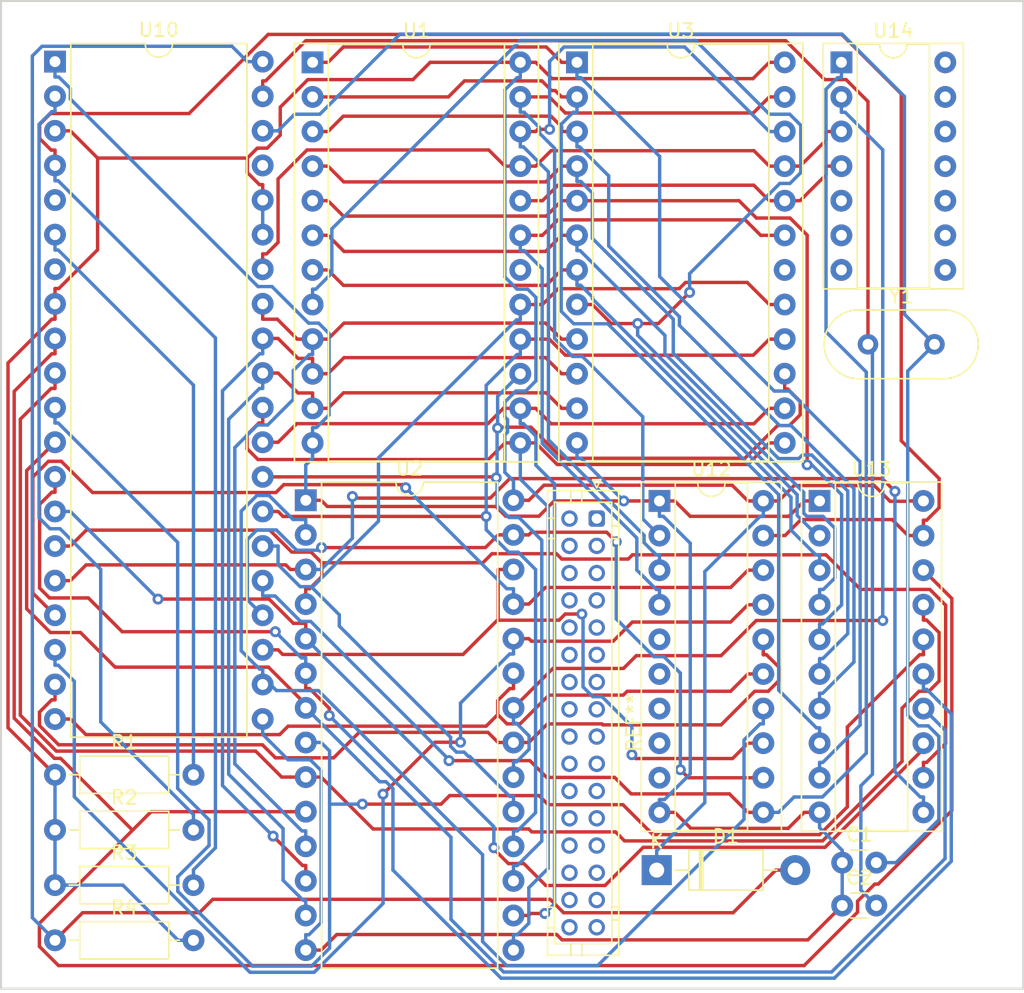
<source format=kicad_pcb>
(kicad_pcb (version 20221018) (generator pcbnew)
  (layers (0 "F.Cu" signal) (31 "B.Cu" signal) (34 "B.Paste" user) (35 "F.Paste" user) (36 "B.SilkS" user "B.Silkscreen") (37 "F.SilkS" user "F.Silkscreen") (38 "B.Mask" user) (39 "F.Mask" user) (44 "Edge.Cuts" user))
  (net 0 "")
  (net 1 "GND")
  (net 2 "Net-(U10-XTAL)")
  (net 3 "Net-(U10-EXTAL)")
  (net 4 "~{RESET}")
  (net 5 "+5V")
  (net 6 "~{NMI}")
  (net 7 "~{IRQ}")
  (net 8 "DMA")
  (net 9 "A_{b}7")
  (net 10 "A_{b}6")
  (net 11 "A_{b}5")
  (net 12 "A_{b}4")
  (net 13 "A_{b}3")
  (net 14 "A_{b}2")
  (net 15 "A_{b}1")
  (net 16 "A_{b}0")
  (net 17 "D0")
  (net 18 "D1")
  (net 19 "D2")
  (net 20 "D3")
  (net 21 "D4")
  (net 22 "D5")
  (net 23 "D6")
  (net 24 "D7")
  (net 25 "~{CS^{13}_{0}}")
  (net 26 "A_{b}10")
  (net 27 "~{R}")
  (net 28 "R{slash}~{W}")
  (net 29 "A_{b}9")
  (net 30 "A_{b}8")
  (net 31 "A12")
  (net 32 "A7")
  (net 33 "A6")
  (net 34 "A5")
  (net 35 "A4")
  (net 36 "A3")
  (net 37 "A2")
  (net 38 "A1")
  (net 39 "A0")
  (net 40 "~{CS_{ROM}}")
  (net 41 "A10")
  (net 42 "A11")
  (net 43 "A9")
  (net 44 "A8")
  (net 45 "A13")
  (net 46 "A14")
  (net 47 "~{CS^{13}_{1}}")
  (net 48 "VMA")
  (net 49 "E")
  (net 50 "BA")
  (net 51 "A15")
  (net 52 "A_{b}11")
  (net 53 "A_{b}12")
  (net 54 "A_{b}13")
  (net 55 "A_{b}14")
  (net 56 "A_{b}15")
  (footprint "Crystal:Crystal_HC49-U_Vertical" (layer "F.Cu") (at 171.11 80.2)
    (fp_text reference "Y1")
    (fp_text value "4MHz Crystal")
  )
  (footprint "Package_DIP:DIP-20_W7.62mm_Socket" (layer "F.Cu") (at 155.81 91.7)
    (fp_text reference "U12")
    (fp_text value "74LS245")
  )
  (footprint "Resistor_THT:R_Axial_DIN0207_L6.3mm_D2.5mm_P10.16mm_Horizontal" (layer "F.Cu") (at 111.46 123.95)
    (fp_text reference "R4")
    (fp_text value "3.3k")
  )
  (footprint "Package_DIP:DIP-40_W15.24mm" (layer "F.Cu") (at 111.46 59.45)
    (fp_text reference "U10")
    (fp_text value "MC6802")
  )
  (footprint "Capacitor_THT:C_Disc_D3.0mm_W1.6mm_P2.50mm" (layer "F.Cu") (at 169.22 118.25)
    (fp_text reference "C1")
    (fp_text value "27pF")
  )
  (footprint "Package_DIP:DIP-28_W15.24mm" (layer "F.Cu") (at 129.86 91.65)
    (fp_text reference "U2")
    (fp_text value "27C512")
  )
  (footprint "Resistor_THT:R_Axial_DIN0207_L6.3mm_D2.5mm_P10.16mm_Horizontal" (layer "F.Cu") (at 111.46 119.9)
    (fp_text reference "R3")
    (fp_text value "3.3k")
  )
  (footprint "Resistor_THT:R_Axial_DIN0207_L6.3mm_D2.5mm_P10.16mm_Horizontal" (layer "F.Cu") (at 111.46 111.8)
    (fp_text reference "R1")
    (fp_text value "3.3k")
  )
  (footprint "Package_DIP:DIP-24_W15.24mm_Socket" (layer "F.Cu") (at 130.36 59.5)
    (fp_text reference "U1")
    (fp_text value "UM6116")
  )
  (footprint "Package_DIP:DIP-14_W7.62mm_Socket" (layer "F.Cu") (at 169.16 59.5)
    (fp_text reference "U14")
    (fp_text value "74LS04")
  )
  (footprint "Resistor_THT:R_Axial_DIN0207_L6.3mm_D2.5mm_P10.16mm_Horizontal" (layer "F.Cu") (at 111.46 115.85)
    (fp_text reference "R2")
    (fp_text value "3.3k")
  )
  (footprint "Package_DIP:DIP-20_W7.62mm_Socket" (layer "F.Cu") (at 167.56 91.7)
    (fp_text reference "U13")
    (fp_text value "74LS245")
  )
  (footprint "Capacitor_THT:C_Disc_D3.0mm_W1.6mm_P2.50mm" (layer "F.Cu") (at 169.22 121.4)
    (fp_text reference "C2")
    (fp_text value "27pF")
  )
  (footprint "Package_DIP:DIP-24_W15.24mm_Socket" (layer "F.Cu") (at 149.76 59.5)
    (fp_text reference "U3")
    (fp_text value "UM6116")
  )
  (footprint "Connector_JST:JST_PHD_B32B-PHDSS_2x16_P2.00mm_Vertical" (layer "F.Cu") (at 151.21 92.995 -90)
    (fp_text reference "REF**")
    (fp_text value "JST_PHD_B32B-PHDSS_2x16_P2.00mm_Vertical")
  )
  (footprint "Diode_THT:D_DO-41_SOD81_P10.16mm_Horizontal" (layer "F.Cu") (at 155.61 118.8)
    (fp_text reference "D1")
    (fp_text value "1N5819")
  )
  (gr_rect (start 107.5 55) (end 182.5 127.5) (stroke (width 0.15)) (fill none) (layer "Edge.Cuts"))
  (segment (start 130.9869 91.65) (end 131.443 92.1061) (width 0.25) (layer "F.Cu") (net 1))
  (segment (start 148.0862 91.7) (end 153.192 91.7) (width 0.25) (layer "F.Cu") (net 1))
  (segment (start 144.5228 92.8183) (end 146.9679 92.8183) (width 0.25) (layer "F.Cu") (net 1))
  (segment (start 156.3735 91.7) (end 155.81 91.7) (width 0.25) (layer "F.Cu") (net 1))
  (segment (start 129.86 124.67) (end 130.9869 124.67) (width 0.25) (layer "F.Cu") (net 1))
  (segment (start 166.4331 91.7) (end 165.3062 92.8269) (width 0.25) (layer "F.Cu") (net 1))
  (segment (start 132.1283 123.5286) (end 130.9869 124.67) (width 0.25) (layer "F.Cu") (net 1))
  (segment (start 143.8106 92.1061) (end 144.5228 92.8183) (width 0.25) (layer "F.Cu") (net 1))
  (segment (start 156.3735 91.7) (end 156.9369 91.7) (width 0.25) (layer "F.Cu") (net 1))
  (segment (start 131.443 92.1061) (end 143.8106 92.1061) (width 0.25) (layer "F.Cu") (net 1))
  (segment (start 158.1103 115.7334) (end 156.9369 114.56) (width 0.25) (layer "F.Cu") (net 1))
  (segment (start 148.6619 123.9219) (end 148.2686 123.5286) (width 0.25) (layer "F.Cu") (net 1))
  (segment (start 166.6981 123.9219) (end 148.6619 123.9219) (width 0.25) (layer "F.Cu") (net 1))
  (segment (start 166.4331 114.56) (end 165.2597 115.7334) (width 0.25) (layer "F.Cu") (net 1))
  (segment (start 165.2597 115.7334) (end 158.1103 115.7334) (width 0.25) (layer "F.Cu") (net 1))
  (segment (start 153.192 91.7) (end 155.81 91.7) (width 0.25) (layer "F.Cu") (net 1))
  (segment (start 146.9679 92.8183) (end 148.0862 91.7) (width 0.25) (layer "F.Cu") (net 1))
  (segment (start 129.86 91.65) (end 130.9869 91.65) (width 0.25) (layer "F.Cu") (net 1))
  (segment (start 155.81 114.56) (end 156.9369 114.56) (width 0.25) (layer "F.Cu") (net 1))
  (segment (start 158.0638 92.8269) (end 156.9369 91.7) (width 0.25) (layer "F.Cu") (net 1))
  (segment (start 165.3062 92.8269) (end 158.0638 92.8269) (width 0.25) (layer "F.Cu") (net 1))
  (segment (start 169.22 121.4) (end 166.6981 123.9219) (width 0.25) (layer "F.Cu") (net 1))
  (segment (start 167.56 91.7) (end 166.4331 91.7) (width 0.25) (layer "F.Cu") (net 1))
  (segment (start 148.2686 123.5286) (end 132.1283 123.5286) (width 0.25) (layer "F.Cu") (net 1))
  (segment (start 167.56 114.56) (end 166.4331 114.56) (width 0.25) (layer "F.Cu") (net 1))
  (via (at 153.192 91.7) (size 0.8) (drill 0.4) (layers "F.Cu" "B.Cu") (net 1))
  (segment (start 111.7418 60.5769) (end 111.46 60.5769) (width 0.25) (layer "B.Cu") (net 1))
  (segment (start 130.36 87.44) (end 130.36 86.3131) (width 0.25) (layer "B.Cu") (net 1))
  (segment (start 130.0619 78.6446) (end 127.3773 75.96) (width 0.25) (layer "B.Cu") (net 1))
  (segment (start 130.36 86.3131) (end 130.6417 86.3131) (width 0.25) (layer "B.Cu") (net 1))
  (segment (start 112.5869 62.1927) (end 112.5869 61.422) (width 0.25) (layer "B.Cu") (net 1))
  (segment (start 130.6417 86.3131) (end 131.5681 85.3867) (width 0.25) (layer "B.Cu") (net 1))
  (segment (start 131.5681 79.4107) (end 130.802 78.6446) (width 0.25) (layer "B.Cu") (net 1))
  (segment (start 155.81 91.7) (end 155.81 92.8269) (width 0.25) (layer "B.Cu") (net 1))
  (segment (start 158.0702 111.7311) (end 158.0702 94.8053) (width 0.25) (layer "B.Cu") (net 1))
  (segment (start 129.86 124.67) (end 129.86 123.5431) (width 0.25) (layer "B.Cu") (net 1))
  (segment (start 156.181 113.6203) (end 158.0702 111.7311) (width 0.25) (layer "B.Cu") (net 1))
  (segment (start 156.0918 92.8269) (end 155.81 92.8269) (width 0.25) (layer "B.Cu") (net 1))
  (segment (start 130.9869 122.6497) (end 130.0935 123.5431) (width 0.25) (layer "B.Cu") (net 1))
  (segment (start 126.7 107.71) (end 126.7 108.8369) (width 0.25) (layer "B.Cu") (net 1))
  (segment (start 155.81 114.56) (end 155.81 113.6203) (width 0.25) (layer "B.Cu") (net 1))
  (segment (start 169.22 121.4) (end 169.22 118.25) (width 0.25) (layer "B.Cu") (net 1))
  (segment (start 130.0935 123.5431) (end 129.86 123.5431) (width 0.25) (layer "B.Cu") (net 1))
  (segment (start 149.76 88.5669) (end 150.0589 88.5669) (width 0.25) (layer "B.Cu") (net 1))
  (segment (start 126.7 108.8369) (end 128.5631 110.7) (width 0.25) (layer "B.Cu") (net 1))
  (segment (start 149.76 87.44) (end 149.76 88.5669) (width 0.25) (layer "B.Cu") (net 1))
  (segment (start 130.36 87.44) (end 130.36 88.5669) (width 0.25) (layer "B.Cu") (net 1))
  (segment (start 158.0702 94.8053) (end 156.0918 92.8269) (width 0.25) (layer "B.Cu") (net 1))
  (segment (start 129.86 89.0669) (end 130.36 88.5669) (width 0.25) (layer "B.Cu") (net 1))
  (segment (start 111.46 59.45) (end 111.46 60.5769) (width 0.25) (layer "B.Cu") (net 1))
  (segment (start 130.802 78.6446) (end 130.0619 78.6446) (width 0.25) (layer "B.Cu") (net 1))
  (segment (start 169.22 118.25) (end 169.22 117.3469) (width 0.25) (layer "B.Cu") (net 1))
  (segment (start 128.5631 110.7) (end 130.1916 110.7) (width 0.25) (layer "B.Cu") (net 1))
  (segment (start 126.3542 75.96) (end 112.5869 62.1927) (width 0.25) (layer "B.Cu") (net 1))
  (segment (start 130.9869 111.4953) (end 130.9869 122.6497) (width 0.25) (layer "B.Cu") (net 1))
  (segment (start 169.22 117.3469) (end 167.56 115.6869) (width 0.25) (layer "B.Cu") (net 1))
  (segment (start 129.86 91.65) (end 129.86 89.0669) (width 0.25) (layer "B.Cu") (net 1))
  (segment (start 155.81 113.6203) (end 156.181 113.6203) (width 0.25) (layer "B.Cu") (net 1))
  (segment (start 112.5869 61.422) (end 111.7418 60.5769) (width 0.25) (layer "B.Cu") (net 1))
  (segment (start 131.5681 85.3867) (end 131.5681 79.4107) (width 0.25) (layer "B.Cu") (net 1))
  (segment (start 127.3773 75.96) (end 126.3542 75.96) (width 0.25) (layer "B.Cu") (net 1))
  (segment (start 150.0589 88.5669) (end 153.192 91.7) (width 0.25) (layer "B.Cu") (net 1))
  (segment (start 167.56 114.56) (end 167.56 115.6869) (width 0.25) (layer "B.Cu") (net 1))
  (segment (start 130.1916 110.7) (end 130.9869 111.4953) (width 0.25) (layer "B.Cu") (net 1))
  (segment (start 173.1657 118.25) (end 171.72 118.25) (width 0.25) (layer "B.Cu") (net 2))
  (segment (start 174.7935 108.21) (end 175.5324 108.21) (width 0.25) (layer "B.Cu") (net 2))
  (segment (start 136.7724 57.4278) (end 130.8902 63.31) (width 0.25) (layer "B.Cu") (net 2))
  (segment (start 175.99 80.2) (end 174.0257 82.1643) (width 0.25) (layer "B.Cu") (net 2))
  (segment (start 126.7 64.53) (end 127.8269 64.53) (width 0.25) (layer "B.Cu") (net 2))
  (segment (start 174.0257 107.4422) (end 174.7935 108.21) (width 0.25) (layer "B.Cu") (net 2))
  (segment (start 174.0257 82.1643) (end 174.0257 107.4422) (width 0.25) (layer "B.Cu") (net 2))
  (segment (start 129.0469 63.31) (end 127.8269 64.53) (width 0.25) (layer "B.Cu") (net 2))
  (segment (start 175.99 80.2) (end 173.7856 77.9956) (width 0.25) (layer "B.Cu") (net 2))
  (segment (start 173.7856 77.9956) (end 173.7856 62.0041) (width 0.25) (layer "B.Cu") (net 2))
  (segment (start 130.8902 63.31) (end 129.0469 63.31) (width 0.25) (layer "B.Cu") (net 2))
  (segment (start 176.3084 115.1073) (end 173.1657 118.25) (width 0.25) (layer "B.Cu") (net 2))
  (segment (start 173.7856 62.0041) (end 169.2093 57.4278) (width 0.25) (layer "B.Cu") (net 2))
  (segment (start 176.3084 108.986) (end 176.3084 115.1073) (width 0.25) (layer "B.Cu") (net 2))
  (segment (start 169.2093 57.4278) (end 136.7724 57.4278) (width 0.25) (layer "B.Cu") (net 2))
  (segment (start 175.5324 108.21) (end 176.3084 108.986) (width 0.25) (layer "B.Cu") (net 2))
  (segment (start 171.11 80.2) (end 171.11 62.3761) (width 0.25) (layer "F.Cu") (net 3))
  (segment (start 165.0705 57.9081) (end 129.8691 57.9081) (width 0.25) (layer "F.Cu") (net 3))
  (segment (start 126.7 61.99) (end 126.7 60.8631) (width 0.25) (layer "F.Cu") (net 3))
  (segment (start 129.8691 57.9081) (end 126.9141 60.8631) (width 0.25) (layer "F.Cu") (net 3))
  (segment (start 169.5039 60.77) (end 167.9324 60.77) (width 0.25) (layer "F.Cu") (net 3))
  (segment (start 126.9141 60.8631) (end 126.7 60.8631) (width 0.25) (layer "F.Cu") (net 3))
  (segment (start 171.11 62.3761) (end 169.5039 60.77) (width 0.25) (layer "F.Cu") (net 3))
  (segment (start 167.9324 60.77) (end 165.0705 57.9081) (width 0.25) (layer "F.Cu") (net 3))
  (segment (start 170.5889 120.2689) (end 171.72 121.4) (width 0.25) (layer "B.Cu") (net 3))
  (segment (start 171.11 80.2) (end 171.4375 80.5275) (width 0.25) (layer "B.Cu") (net 3))
  (segment (start 171.4375 111.7607) (end 170.5889 112.6093) (width 0.25) (layer "B.Cu") (net 3))
  (segment (start 171.4375 80.5275) (end 171.4375 111.7607) (width 0.25) (layer "B.Cu") (net 3))
  (segment (start 170.5889 112.6093) (end 170.5889 120.2689) (width 0.25) (layer "B.Cu") (net 3))
  (segment (start 161.2138 121.9293) (end 148.7791 121.9293) (width 0.25) (layer "F.Cu") (net 4))
  (segment (start 165.77 118.8) (end 164.3431 118.8) (width 0.25) (layer "F.Cu") (net 4))
  (segment (start 122.0534 121.925) (end 113.485 121.925) (width 0.25) (layer "F.Cu") (net 4))
  (segment (start 148.7791 121.9293) (end 147.7925 120.9427) (width 0.25) (layer "F.Cu") (net 4))
  (segment (start 113.485 121.925) (end 111.46 123.95) (width 0.25) (layer "F.Cu") (net 4))
  (segment (start 147.7925 120.9427) (end 123.0357 120.9427) (width 0.25) (layer "F.Cu") (net 4))
  (segment (start 123.0357 120.9427) (end 122.0534 121.925) (width 0.25) (layer "F.Cu") (net 4))
  (segment (start 164.3431 118.8) (end 161.2138 121.9293) (width 0.25) (layer "F.Cu") (net 4))
  (segment (start 110.5073 58.3231) (end 109.7969 59.0335) (width 0.25) (layer "B.Cu") (net 4))
  (segment (start 126.7 59.45) (end 125.5731 59.45) (width 0.25) (layer "B.Cu") (net 4))
  (segment (start 109.7969 59.0335) (end 109.7969 122.2869) (width 0.25) (layer "B.Cu") (net 4))
  (segment (start 109.7969 122.2869) (end 111.46 123.95) (width 0.25) (layer "B.Cu") (net 4))
  (segment (start 125.5731 59.45) (end 124.4462 58.3231) (width 0.25) (layer "B.Cu") (net 4))
  (segment (start 124.4462 58.3231) (end 110.5073 58.3231) (width 0.25) (layer "B.Cu") (net 4))
  (segment (start 174.0296 91.7235) (end 174.0531 91.7) (width 0.25) (layer "F.Cu") (net 5))
  (segment (start 175.18 91.7) (end 174.0531 91.7) (width 0.25) (layer "F.Cu") (net 5))
  (segment (start 108.0132 108.3532) (end 108.0132 81.5702) (width 0.25) (layer "F.Cu") (net 5))
  (segment (start 138.9921 59.5) (end 145.6 59.5) (width 0.25) (layer "F.Cu") (net 5))
  (segment (start 164.5569 91.7) (end 165.6846 90.5723) (width 0.25) (layer "F.Cu") (net 5))
  (segment (start 111.7417 76.1031) (end 114.5848 73.26) (width 0.25) (layer "F.Cu") (net 5))
  (segment (start 127.0275 65.8) (end 127.9867 64.8408) (width 0.25) (layer "F.Cu") (net 5))
  (segment (start 162.6754 60.6977) (end 147.9246 60.6977) (width 0.25) (layer "F.Cu") (net 5))
  (segment (start 145.6 59.5) (end 146.7269 59.5) (width 0.25) (layer "F.Cu") (net 5))
  (segment (start 126.4665 68.4831) (end 125.5731 67.5897) (width 0.25) (layer "F.Cu") (net 5))
  (segment (start 146.2269 91.65) (end 147.3326 90.5443) (width 0.25) (layer "F.Cu") (net 5))
  (segment (start 165 59.5) (end 163.8731 59.5) (width 0.25) (layer "F.Cu") (net 5))
  (segment (start 114.5848 66.5279) (end 112.5869 64.53) (width 0.25) (layer "F.Cu") (net 5))
  (segment (start 163.43 91.7) (end 164.5569 91.7) (width 0.25) (layer "F.Cu") (net 5))
  (segment (start 171.5809 90.5723) (end 172.7321 91.7235) (width 0.25) (layer "F.Cu") (net 5))
  (segment (start 111.46 76.1031) (end 111.7417 76.1031) (width 0.25) (layer "F.Cu") (net 5))
  (segment (start 111.46 64.53) (end 112.5869 64.53) (width 0.25) (layer "F.Cu") (net 5))
  (segment (start 114.5848 73.26) (end 114.5848 66.5279) (width 0.25) (layer "F.Cu") (net 5))
  (segment (start 137.7239 60.7682) (end 138.9921 59.5) (width 0.25) (layer "F.Cu") (net 5))
  (segment (start 111.2265 78.3569) (end 111.46 78.3569) (width 0.25) (layer "F.Cu") (net 5))
  (segment (start 111.46 111.8) (end 108.0132 108.3532) (width 0.25) (layer "F.Cu") (net 5))
  (segment (start 163.43 91.7) (end 162.3031 91.7) (width 0.25) (layer "F.Cu") (net 5))
  (segment (start 125.5731 66.5279) (end 114.5848 66.5279) (width 0.25) (layer "F.Cu") (net 5))
  (segment (start 125.5731 66.5279) (end 126.301 65.8) (width 0.25) (layer "F.Cu") (net 5))
  (segment (start 111.46 77.23) (end 111.46 76.1031) (width 0.25) (layer "F.Cu") (net 5))
  (segment (start 126.7 69.61) (end 126.7 68.4831) (width 0.25) (layer "F.Cu") (net 5))
  (segment (start 163.8731 59.5) (end 162.6754 60.6977) (width 0.25) (layer "F.Cu") (net 5))
  (segment (start 161.1474 90.5443) (end 162.3031 91.7) (width 0.25) (layer "F.Cu") (net 5))
  (segment (start 165.6846 90.5723) (end 171.5809 90.5723) (width 0.25) (layer "F.Cu") (net 5))
  (segment (start 147.3326 90.5443) (end 161.1474 90.5443) (width 0.25) (layer "F.Cu") (net 5))
  (segment (start 126.7 68.4831) (end 126.4665 68.4831) (width 0.25) (layer "F.Cu") (net 5))
  (segment (start 172.7321 91.7235) (end 174.0296 91.7235) (width 0.25) (layer "F.Cu") (net 5))
  (segment (start 125.5731 67.5897) (end 125.5731 66.5279) (width 0.25) (layer "F.Cu") (net 5))
  (segment (start 127.9867 62.7936) (end 130.0121 60.7682) (width 0.25) (layer "F.Cu") (net 5))
  (segment (start 111.46 77.23) (end 111.46 78.3569) (width 0.25) (layer "F.Cu") (net 5))
  (segment (start 126.301 65.8) (end 127.0275 65.8) (width 0.25) (layer "F.Cu") (net 5))
  (segment (start 145.1 91.65) (end 146.2269 91.65) (width 0.25) (layer "F.Cu") (net 5))
  (segment (start 130.0121 60.7682) (end 137.7239 60.7682) (width 0.25) (layer "F.Cu") (net 5))
  (segment (start 127.9867 64.8408) (end 127.9867 62.7936) (width 0.25) (layer "F.Cu") (net 5))
  (segment (start 108.0132 81.5702) (end 111.2265 78.3569) (width 0.25) (layer "F.Cu") (net 5))
  (segment (start 147.9246 60.6977) (end 146.7269 59.5) (width 0.25) (layer "F.Cu") (net 5))
  (segment (start 145.6 59.5) (end 145.6 60.6269) (width 0.25) (layer "B.Cu") (net 5))
  (segment (start 144.4655 89.5976) (end 145.1 90.2321) (width 0.25) (layer "B.Cu") (net 5))
  (segment (start 145.6 60.6269) (end 145.3665 60.6269) (width 0.25) (layer "B.Cu") (net 5))
  (segment (start 159.1399 113.8432) (end 155.61 117.3731) (width 0.25) (layer "B.Cu") (net 5))
  (segment (start 145.1 91.65) (end 145.1 90.5231) (width 0.25) (layer "B.Cu") (net 5))
  (segment (start 146.7441 82.8867) (end 146.0008 83.63) (width 0.25) (layer "B.Cu") (net 5))
  (segment (start 144.4655 85.5237) (end 144.6648 85.723) (width 0.25) (layer "B.Cu") (net 5))
  (segment (start 146.7441 76.7534) (end 146.7441 82.8867) (width 0.25) (layer "B.Cu") (net 5))
  (segment (start 159.1399 96.8835) (end 159.1399 113.8432) (width 0.25) (layer "B.Cu") (net 5))
  (segment (start 111.46 111.8) (end 111.46 115.85) (width 0.25) (layer "B.Cu") (net 5))
  (segment (start 116.4431 119.9) (end 120.4931 123.95) (width 0.25) (layer "B.Cu") (net 5))
  (segment (start 144.4662 61.5272) (end 144.4662 75.2553) (width 0.25) (layer "B.Cu") (net 5))
  (segment (start 145.1 90.2321) (end 145.1 90.5231) (width 0.25) (layer "B.Cu") (net 5))
  (segment (start 146.1438 76.1531) (end 146.7441 76.7534) (width 0.25) (layer "B.Cu") (net 5))
  (segment (start 155.61 118.8) (end 155.61 117.3731) (width 0.25) (layer "B.Cu") (net 5))
  (segment (start 144.6648 86.6493) (end 144.4655 86.8486) (width 0.25) (layer "B.Cu") (net 5))
  (segment (start 144.6648 85.723) (end 144.6648 86.6493) (width 0.25) (layer "B.Cu") (net 5))
  (segment (start 144.4655 86.8486) (end 144.4655 89.5976) (width 0.25) (layer "B.Cu") (net 5))
  (segment (start 145.3665 60.6269) (end 144.4662 61.5272) (width 0.25) (layer "B.Cu") (net 5))
  (segment (start 163.43 92.8269) (end 163.1965 92.8269) (width 0.25) (layer "B.Cu") (net 5))
  (segment (start 121.62 123.95) (end 120.4931 123.95) (width 0.25) (layer "B.Cu") (net 5))
  (segment (start 111.46 119.9) (end 116.4431 119.9) (width 0.25) (layer "B.Cu") (net 5))
  (segment (start 144.4655 84.4408) (end 144.4655 85.5237) (width 0.25) (layer "B.Cu") (net 5))
  (segment (start 144.4662 75.2553) (end 145.364 76.1531) (width 0.25) (layer "B.Cu") (net 5))
  (segment (start 145.2763 83.63) (end 144.4655 84.4408) (width 0.25) (layer "B.Cu") (net 5))
  (segment (start 163.43 91.7) (end 163.43 92.8269) (width 0.25) (layer "B.Cu") (net 5))
  (segment (start 145.364 76.1531) (end 146.1438 76.1531) (width 0.25) (layer "B.Cu") (net 5))
  (segment (start 163.1965 92.8269) (end 159.1399 96.8835) (width 0.25) (layer "B.Cu") (net 5))
  (segment (start 146.0008 83.63) (end 145.2763 83.63) (width 0.25) (layer "B.Cu") (net 5))
  (segment (start 126.7 72.15) (end 126.7 69.61) (width 0.25) (layer "B.Cu") (net 5))
  (segment (start 111.46 115.85) (end 111.46 119.9) (width 0.25) (layer "B.Cu") (net 5))
  (segment (start 111.6935 73.2769) (end 121.62 83.2034) (width 0.25) (layer "B.Cu") (net 6))
  (segment (start 121.62 111.8) (end 121.62 110.6731) (width 0.25) (layer "B.Cu") (net 6))
  (segment (start 121.62 83.2034) (end 121.62 110.6731) (width 0.25) (layer "B.Cu") (net 6))
  (segment (start 111.46 72.15) (end 111.46 73.2769) (width 0.25) (layer "B.Cu") (net 6))
  (segment (start 111.46 73.2769) (end 111.6935 73.2769) (width 0.25) (layer "B.Cu") (net 6))
  (segment (start 111.8297 93.74) (end 111.092 93.74) (width 0.25) (layer "B.Cu") (net 7))
  (segment (start 110.2912 92.9392) (end 110.2912 64.0523) (width 0.25) (layer "B.Cu") (net 7))
  (segment (start 114.8148 96.7251) (end 111.8297 93.74) (width 0.25) (layer "B.Cu") (net 7))
  (segment (start 110.2912 64.0523) (end 111.2266 63.1169) (width 0.25) (layer "B.Cu") (net 7))
  (segment (start 111.2266 63.1169) (end 111.46 63.1169) (width 0.25) (layer "B.Cu") (net 7))
  (segment (start 121.62 114.7231) (end 114.8148 107.9179) (width 0.25) (layer "B.Cu") (net 7))
  (segment (start 111.46 61.99) (end 111.46 63.1169) (width 0.25) (layer "B.Cu") (net 7))
  (segment (start 121.62 115.85) (end 121.62 114.7231) (width 0.25) (layer "B.Cu") (net 7))
  (segment (start 111.092 93.74) (end 110.2912 92.9392) (width 0.25) (layer "B.Cu") (net 7))
  (segment (start 114.8148 107.9179) (end 114.8148 96.7251) (width 0.25) (layer "B.Cu") (net 7))
  (segment (start 173.5501 61.8194) (end 169.1819 57.4512) (width 0.25) (layer "F.Cu") (net 8))
  (segment (start 163.43 94.24) (end 165.0239 94.24) (width 0.25) (layer "F.Cu") (net 8))
  (segment (start 166.1954 93.0685) (end 172.8816 93.0685) (width 0.25) (layer "F.Cu") (net 8))
  (segment (start 172.8816 93.0685) (end 174.0531 94.24) (width 0.25) (layer "F.Cu") (net 8))
  (segment (start 176.3294 92.1972) (end 176.3294 90.0514) (width 0.25) (layer "F.Cu") (net 8))
  (segment (start 127.1051 57.4512) (end 121.2963 63.26) (width 0.25) (layer "F.Cu") (net 8))
  (segment (start 110.3331 64.0594) (end 110.3331 65.098) (width 0.25) (layer "F.Cu") (net 8))
  (segment (start 111.1782 65.9431) (end 111.46 65.9431) (width 0.25) (layer "F.Cu") (net 8))
  (segment (start 110.3331 65.098) (end 111.1782 65.9431) (width 0.25) (layer "F.Cu") (net 8))
  (segment (start 165.0239 94.24) (end 166.1954 93.0685) (width 0.25) (layer "F.Cu") (net 8))
  (segment (start 175.18 94.24) (end 175.18 93.1131) (width 0.25) (layer "F.Cu") (net 8))
  (segment (start 173.5501 87.2721) (end 173.5501 61.8194) (width 0.25) (layer "F.Cu") (net 8))
  (segment (start 176.3294 90.0514) (end 173.5501 87.2721) (width 0.25) (layer "F.Cu") (net 8))
  (segment (start 121.2963 63.26) (end 111.1325 63.26) (width 0.25) (layer "F.Cu") (net 8))
  (segment (start 111.46 67.07) (end 111.46 65.9431) (width 0.25) (layer "F.Cu") (net 8))
  (segment (start 175.4135 93.1131) (end 176.3294 92.1972) (width 0.25) (layer "F.Cu") (net 8))
  (segment (start 111.1325 63.26) (end 110.3331 64.0594) (width 0.25) (layer "F.Cu") (net 8))
  (segment (start 175.18 94.24) (end 174.0531 94.24) (width 0.25) (layer "F.Cu") (net 8))
  (segment (start 175.18 93.1131) (end 175.4135 93.1131) (width 0.25) (layer "F.Cu") (net 8))
  (segment (start 169.1819 57.4512) (end 127.1051 57.4512) (width 0.25) (layer "F.Cu") (net 8))
  (segment (start 123.231 117.1621) (end 123.231 79.7344) (width 0.25) (layer "B.Cu") (net 8))
  (segment (start 123.231 79.7344) (end 111.6935 68.1969) (width 0.25) (layer "B.Cu") (net 8))
  (segment (start 121.62 118.7731) (end 123.231 117.1621) (width 0.25) (layer "B.Cu") (net 8))
  (segment (start 121.62 119.9) (end 121.62 118.7731) (width 0.25) (layer "B.Cu") (net 8))
  (segment (start 111.6935 68.1969) (end 111.46 68.1969) (width 0.25) (layer "B.Cu") (net 8))
  (segment (start 111.46 67.07) (end 111.46 68.1969) (width 0.25) (layer "B.Cu") (net 8))
  (segment (start 130.36 59.5) (end 131.4869 59.5) (width 0.25) (layer "F.Cu") (net 9))
  (segment (start 149.76 59.5) (end 148.6331 59.5) (width 0.25) (layer "F.Cu") (net 9))
  (segment (start 147.5062 58.3731) (end 148.6331 59.5) (width 0.25) (layer "F.Cu") (net 9))
  (segment (start 131.4869 59.5) (end 132.6138 58.3731) (width 0.25) (layer "F.Cu") (net 9))
  (segment (start 132.6138 58.3731) (end 147.5062 58.3731) (width 0.25) (layer "F.Cu") (net 9))
  (segment (start 155.8261 66.4113) (end 155.8261 75.2279) (width 0.25) (layer "B.Cu") (net 9))
  (segment (start 165.3399 83.63) (end 170.5337 88.8238) (width 0.25) (layer "B.Cu") (net 9))
  (segment (start 149.76 60.6269) (end 150.0417 60.6269) (width 0.25) (layer "B.Cu") (net 9))
  (segment (start 155.8261 75.2279) (end 164.2282 83.63) (width 0.25) (layer "B.Cu") (net 9))
  (segment (start 149.76 59.5) (end 149.76 60.6269) (width 0.25) (layer "B.Cu") (net 9))
  (segment (start 150.0417 60.6269) (end 155.8261 66.4113) (width 0.25) (layer "B.Cu") (net 9))
  (segment (start 167.7935 110.8931) (end 167.56 110.8931) (width 0.25) (layer "B.Cu") (net 9))
  (segment (start 170.5337 88.8238) (end 170.5337 108.1529) (width 0.25) (layer "B.Cu") (net 9))
  (segment (start 167.56 112.02) (end 167.56 110.8931) (width 0.25) (layer "B.Cu") (net 9))
  (segment (start 170.5337 108.1529) (end 167.7935 110.8931) (width 0.25) (layer "B.Cu") (net 9))
  (segment (start 164.2282 83.63) (end 165.3399 83.63) (width 0.25) (layer "B.Cu") (net 9))
  (segment (start 140.3234 62.04) (end 141.4989 60.8645) (width 0.25) (layer "F.Cu") (net 10))
  (segment (start 149.76 62.04) (end 148.6331 62.04) (width 0.25) (layer "F.Cu") (net 10))
  (segment (start 130.36 62.04) (end 140.3234 62.04) (width 0.25) (layer "F.Cu") (net 10))
  (segment (start 147.8956 61.5731) (end 148.1662 61.5731) (width 0.25) (layer "F.Cu") (net 10))
  (segment (start 147.187 60.8645) (end 147.8956 61.5731) (width 0.25) (layer "F.Cu") (net 10))
  (segment (start 148.1662 61.5731) (end 148.6331 62.04) (width 0.25) (layer "F.Cu") (net 10))
  (segment (start 141.4989 60.8645) (end 147.187 60.8645) (width 0.25) (layer "F.Cu") (net 10))
  (segment (start 164.5573 91.2336) (end 164.5573 105.5839) (width 0.25) (layer "B.Cu") (net 10))
  (segment (start 164.5573 105.5839) (end 167.3265 108.3531) (width 0.25) (layer "B.Cu") (net 10))
  (segment (start 148.6017 64.0435) (end 148.6017 77.7748) (width 0.25) (layer "B.Cu") (net 10))
  (segment (start 149.76 62.04) (end 149.76 63.1669) (width 0.25) (layer "B.Cu") (net 10))
  (segment (start 167.56 109.48) (end 167.56 108.3531) (width 0.25) (layer "B.Cu") (net 10))
  (segment (start 149.76 63.1669) (end 149.4783 63.1669) (width 0.25) (layer "B.Cu") (net 10))
  (segment (start 149.4783 63.1669) (end 148.6017 64.0435) (width 0.25) (layer "B.Cu") (net 10))
  (segment (start 167.3265 108.3531) (end 167.56 108.3531) (width 0.25) (layer "B.Cu") (net 10))
  (segment (start 149.52 78.6931) (end 152.0168 78.6931) (width 0.25) (layer "B.Cu") (net 10))
  (segment (start 148.6017 77.7748) (end 149.52 78.6931) (width 0.25) (layer "B.Cu") (net 10))
  (segment (start 152.0168 78.6931) (end 164.5573 91.2336) (width 0.25) (layer "B.Cu") (net 10))
  (segment (start 131.4869 64.58) (end 132.6138 63.4531) (width 0.25) (layer "F.Cu") (net 11))
  (segment (start 147.8564 63.4531) (end 148.6331 64.2298) (width 0.25) (layer "F.Cu") (net 11))
  (segment (start 148.6331 64.2298) (end 148.6331 64.58) (width 0.25) (layer "F.Cu") (net 11))
  (segment (start 132.6138 63.4531) (end 147.8564 63.4531) (width 0.25) (layer "F.Cu") (net 11))
  (segment (start 130.36 64.58) (end 131.4869 64.58) (width 0.25) (layer "F.Cu") (net 11))
  (segment (start 149.76 64.58) (end 148.6331 64.58) (width 0.25) (layer "F.Cu") (net 11))
  (segment (start 165.4623 86.1658) (end 170.0818 90.7853) (width 0.25) (layer "B.Cu") (net 11))
  (segment (start 167.56 106.94) (end 167.56 105.8131) (width 0.25) (layer "B.Cu") (net 11))
  (segment (start 149.76 64.58) (end 149.76 65.7069) (width 0.25) (layer "B.Cu") (net 11))
  (segment (start 167.7935 105.8131) (end 167.56 105.8131) (width 0.25) (layer "B.Cu") (net 11))
  (segment (start 152.0876 67.8355) (end 152.0876 72.9827) (width 0.25) (layer "B.Cu") (net 11))
  (segment (start 170.0818 103.5248) (end 167.7935 105.8131) (width 0.25) (layer "B.Cu") (net 11))
  (segment (start 149.959 65.7069) (end 152.0876 67.8355) (width 0.25) (layer "B.Cu") (net 11))
  (segment (start 152.0876 72.9827) (end 157.2765 78.1716) (width 0.25) (layer "B.Cu") (net 11))
  (segment (start 157.2765 78.8108) (end 164.6315 86.1658) (width 0.25) (layer "B.Cu") (net 11))
  (segment (start 149.76 65.7069) (end 149.959 65.7069) (width 0.25) (layer "B.Cu") (net 11))
  (segment (start 164.6315 86.1658) (end 165.4623 86.1658) (width 0.25) (layer "B.Cu") (net 11))
  (segment (start 157.2765 78.1716) (end 157.2765 78.8108) (width 0.25) (layer "B.Cu") (net 11))
  (segment (start 170.0818 90.7853) (end 170.0818 103.5248) (width 0.25) (layer "B.Cu") (net 11))
  (segment (start 131.4869 67.12) (end 132.6443 68.2774) (width 0.25) (layer "F.Cu") (net 12))
  (segment (start 132.6443 68.2774) (end 147.4757 68.2774) (width 0.25) (layer "F.Cu") (net 12))
  (segment (start 149.76 67.12) (end 148.6331 67.12) (width 0.25) (layer "F.Cu") (net 12))
  (segment (start 147.4757 68.2774) (end 148.6331 67.12) (width 0.25) (layer "F.Cu") (net 12))
  (segment (start 130.36 67.12) (end 131.4869 67.12) (width 0.25) (layer "F.Cu") (net 12))
  (segment (start 166.0319 88.5878) (end 166.297 88.3227) (width 0.25) (layer "B.Cu") (net 12))
  (segment (start 167.56 104.4) (end 167.56 103.2731) (width 0.25) (layer "B.Cu") (net 12))
  (segment (start 166.9801 88.3227) (end 169.6299 90.9725) (width 0.25) (layer "B.Cu") (net 12))
  (segment (start 156.8246 80.8631) (end 164.5493 88.5878) (width 0.25) (layer "B.Cu") (net 12))
  (segment (start 150.0418 68.2469) (end 150.8869 69.092) (width 0.25) (layer "B.Cu") (net 12))
  (segment (start 150.8869 69.092) (end 150.8869 72.4212) (width 0.25) (layer "B.Cu") (net 12))
  (segment (start 156.8246 78.3589) (end 156.8246 80.8631) (width 0.25) (layer "B.Cu") (net 12))
  (segment (start 167.7935 103.2731) (end 167.56 103.2731) (width 0.25) (layer "B.Cu") (net 12))
  (segment (start 166.297 88.3227) (end 166.9801 88.3227) (width 0.25) (layer "B.Cu") (net 12))
  (segment (start 169.6299 101.4367) (end 167.7935 103.2731) (width 0.25) (layer "B.Cu") (net 12))
  (segment (start 150.8869 72.4212) (end 156.8246 78.3589) (width 0.25) (layer "B.Cu") (net 12))
  (segment (start 149.76 68.2469) (end 150.0418 68.2469) (width 0.25) (layer "B.Cu") (net 12))
  (segment (start 169.6299 90.9725) (end 169.6299 101.4367) (width 0.25) (layer "B.Cu") (net 12))
  (segment (start 149.76 67.12) (end 149.76 68.2469) (width 0.25) (layer "B.Cu") (net 12))
  (segment (start 164.5493 88.5878) (end 166.0319 88.5878) (width 0.25) (layer "B.Cu") (net 12))
  (segment (start 162.9214 70.93) (end 165.392 70.93) (width 0.25) (layer "F.Cu") (net 13))
  (segment (start 165.392 70.93) (end 166.6468 72.1848) (width 0.25) (layer "F.Cu") (net 13))
  (segment (start 130.36 69.66) (end 131.4869 69.66) (width 0.25) (layer "F.Cu") (net 13))
  (segment (start 147.5062 70.7869) (end 148.6331 69.66) (width 0.25) (layer "F.Cu") (net 13))
  (segment (start 149.76 69.66) (end 148.6331 69.66) (width 0.25) (layer "F.Cu") (net 13))
  (segment (start 131.4869 69.66) (end 132.6138 70.7869) (width 0.25) (layer "F.Cu") (net 13))
  (segment (start 161.6514 69.66) (end 162.9214 70.93) (width 0.25) (layer "F.Cu") (net 13))
  (segment (start 166.6468 72.1848) (end 166.6468 89.0496) (width 0.25) (layer "F.Cu") (net 13))
  (segment (start 132.6138 70.7869) (end 147.5062 70.7869) (width 0.25) (layer "F.Cu") (net 13))
  (segment (start 149.76 69.66) (end 161.6514 69.66) (width 0.25) (layer "F.Cu") (net 13))
  (via (at 166.6468 89.0496) (size 0.8) (drill 0.4) (layers "F.Cu" "B.Cu") (net 13))
  (segment (start 169.178 91.2393) (end 169.178 99.3268) (width 0.25) (layer "B.Cu") (net 13))
  (segment (start 169.178 99.3268) (end 167.7717 100.7331) (width 0.25) (layer "B.Cu") (net 13))
  (segment (start 167.7717 100.7331) (end 167.56 100.7331) (width 0.25) (layer "B.Cu") (net 13))
  (segment (start 166.9883 89.0496) (end 169.178 91.2393) (width 0.25) (layer "B.Cu") (net 13))
  (segment (start 167.56 101.86) (end 167.56 100.7331) (width 0.25) (layer "B.Cu") (net 13))
  (segment (start 166.6468 89.0496) (end 166.9883 89.0496) (width 0.25) (layer "B.Cu") (net 13))
  (segment (start 148.6331 72.2) (end 147.4525 73.3806) (width 0.25) (layer "F.Cu") (net 14))
  (segment (start 147.4525 73.3806) (end 132.6675 73.3806) (width 0.25) (layer "F.Cu") (net 14))
  (segment (start 130.36 72.2) (end 131.4869 72.2) (width 0.25) (layer "F.Cu") (net 14))
  (segment (start 149.76 72.2) (end 148.6331 72.2) (width 0.25) (layer "F.Cu") (net 14))
  (segment (start 132.6675 73.3806) (end 131.4869 72.2) (width 0.25) (layer "F.Cu") (net 14))
  (segment (start 167.56 98.1931) (end 167.8417 98.1931) (width 0.25) (layer "B.Cu") (net 14))
  (segment (start 167.8417 98.1931) (end 168.6874 97.3474) (width 0.25) (layer "B.Cu") (net 14))
  (segment (start 167.56 99.32) (end 167.56 98.1931) (width 0.25) (layer "B.Cu") (net 14))
  (segment (start 168.6874 93.7061) (end 167.8115 92.8302) (width 0.25) (layer "B.Cu") (net 14))
  (segment (start 167.8115 92.8302) (end 166.6257 92.8302) (width 0.25) (layer "B.Cu") (net 14))
  (segment (start 156.2134 80.8955) (end 156.2134 79.5468) (width 0.25) (layer "B.Cu") (net 14))
  (segment (start 166.399 91.0811) (end 156.2134 80.8955) (width 0.25) (layer "B.Cu") (net 14))
  (segment (start 156.2134 79.5468) (end 149.9935 73.3269) (width 0.25) (layer "B.Cu") (net 14))
  (segment (start 149.9935 73.3269) (end 149.76 73.3269) (width 0.25) (layer "B.Cu") (net 14))
  (segment (start 168.6874 97.3474) (end 168.6874 93.7061) (width 0.25) (layer "B.Cu") (net 14))
  (segment (start 166.399 92.6035) (end 166.399 91.0811) (width 0.25) (layer "B.Cu") (net 14))
  (segment (start 166.6257 92.8302) (end 166.399 92.6035) (width 0.25) (layer "B.Cu") (net 14))
  (segment (start 149.76 72.2) (end 149.76 73.3269) (width 0.25) (layer "B.Cu") (net 14))
  (segment (start 131.4869 74.74) (end 132.6204 75.8735) (width 0.25) (layer "F.Cu") (net 15))
  (segment (start 149.76 74.74) (end 148.6331 74.74) (width 0.25) (layer "F.Cu") (net 15))
  (segment (start 147.4996 75.8735) (end 148.6331 74.74) (width 0.25) (layer "F.Cu") (net 15))
  (segment (start 130.36 74.74) (end 131.4869 74.74) (width 0.25) (layer "F.Cu") (net 15))
  (segment (start 132.6204 75.8735) (end 147.4996 75.8735) (width 0.25) (layer "F.Cu") (net 15))
  (segment (start 150.8949 76.7337) (end 150.8949 76.8619) (width 0.25) (layer "B.Cu") (net 15))
  (segment (start 167.56 96.78) (end 167.56 95.6531) (width 0.25) (layer "B.Cu") (net 15))
  (segment (start 149.76 74.74) (end 149.76 75.8669) (width 0.25) (layer "B.Cu") (net 15))
  (segment (start 150.8949 76.8619) (end 165.4611 91.4281) (width 0.25) (layer "B.Cu") (net 15))
  (segment (start 149.76 75.8669) (end 150.0281 75.8669) (width 0.25) (layer "B.Cu") (net 15))
  (segment (start 150.0281 75.8669) (end 150.8949 76.7337) (width 0.25) (layer "B.Cu") (net 15))
  (segment (start 167.2804 95.6531) (end 167.56 95.6531) (width 0.25) (layer "B.Cu") (net 15))
  (segment (start 165.4611 91.4281) (end 165.4611 93.8338) (width 0.25) (layer "B.Cu") (net 15))
  (segment (start 165.4611 93.8338) (end 167.2804 95.6531) (width 0.25) (layer "B.Cu") (net 15))
  (segment (start 150.8869 77.28) (end 152.2819 78.675) (width 0.25) (layer "F.Cu") (net 16))
  (segment (start 154.2099 78.675) (end 155.7335 78.675) (width 0.25) (layer "F.Cu") (net 16))
  (segment (start 155.7335 78.675) (end 158.023 76.3855) (width 0.25) (layer "F.Cu") (net 16))
  (segment (start 149.76 77.28) (end 150.8869 77.28) (width 0.25) (layer "F.Cu") (net 16))
  (segment (start 152.2819 78.675) (end 154.2099 78.675) (width 0.25) (layer "F.Cu") (net 16))
  (via (at 158.023 76.3855) (size 0.8) (drill 0.4) (layers "F.Cu" "B.Cu") (net 16))
  (via (at 154.2099 78.675) (size 0.8) (drill 0.4) (layers "F.Cu" "B.Cu") (net 16))
  (segment (start 158.023 75.0101) (end 164.6431 68.39) (width 0.25) (layer "B.Cu") (net 16))
  (segment (start 154.2099 79.5357) (end 165.913 91.2388) (width 0.25) (layer "B.Cu") (net 16))
  (segment (start 165.913 92.7566) (end 167.3963 94.2399) (width 0.25) (layer "B.Cu") (net 16))
  (segment (start 166.1805 67.5937) (end 166.1805 64.1234) (width 0.25) (layer "B.Cu") (net 16))
  (segment (start 163.8746 63.31) (end 158.4648 57.9002) (width 0.25) (layer "B.Cu") (net 16))
  (segment (start 167.56 94.2399) (end 167.56 94.24) (width 0.25) (layer "B.Cu") (net 16))
  (segment (start 165.3842 68.39) (end 166.1805 67.5937) (width 0.25) (layer "B.Cu") (net 16))
  (segment (start 131.7746 71.7284) (end 131.7746 74.972) (width 0.25) (layer "B.Cu") (net 16))
  (segment (start 164.6431 68.39) (end 165.3842 68.39) (width 0.25) (layer "B.Cu") (net 16))
  (segment (start 130.36 77.28) (end 130.36 76.1531) (width 0.25) (layer "B.Cu") (net 16))
  (segment (start 145.6028 57.9002) (end 131.7746 71.7284) (width 0.25) (layer "B.Cu") (net 16))
  (segment (start 131.7746 74.972) (end 130.5935 76.1531) (width 0.25) (layer "B.Cu") (net 16))
  (segment (start 154.2099 78.675) (end 154.2099 79.5357) (width 0.25) (layer "B.Cu") (net 16))
  (segment (start 166.1805 64.1234) (end 165.3671 63.31) (width 0.25) (layer "B.Cu") (net 16))
  (segment (start 158.4648 57.9002) (end 145.6028 57.9002) (width 0.25) (layer "B.Cu") (net 16))
  (segment (start 167.3963 94.2399) (end 167.56 94.2399) (width 0.25) (layer "B.Cu") (net 16))
  (segment (start 165.913 91.2388) (end 165.913 92.7566) (width 0.25) (layer "B.Cu") (net 16))
  (segment (start 158.023 76.3855) (end 158.023 75.0101) (width 0.25) (layer "B.Cu") (net 16))
  (segment (start 130.5935 76.1531) (end 130.36 76.1531) (width 0.25) (layer "B.Cu") (net 16))
  (segment (start 165.3671 63.31) (end 163.8746 63.31) (width 0.25) (layer "B.Cu") (net 16))
  (segment (start 127.77 78.3569) (end 126.7 78.3569) (width 0.25) (layer "F.Cu") (net 17))
  (segment (start 131.4869 79.82) (end 132.6642 78.6427) (width 0.25) (layer "F.Cu") (net 17))
  (segment (start 149.76 79.82) (end 148.6331 79.82) (width 0.25) (layer "F.Cu") (net 17))
  (segment (start 129.7966 79.82) (end 130.36 79.82) (width 0.25) (layer "F.Cu") (net 17))
  (segment (start 130.36 79.82) (end 131.4869 79.82) (width 0.25) (layer "F.Cu") (net 17))
  (segment (start 129.2331 79.82) (end 127.77 78.3569) (width 0.25) (layer "F.Cu") (net 17))
  (segment (start 132.6642 78.6427) (end 147.4558 78.6427) (width 0.25) (layer "F.Cu") (net 17))
  (segment (start 129.7966 79.82) (end 129.2331 79.82) (width 0.25) (layer "F.Cu") (net 17))
  (segment (start 147.4558 78.6427) (end 148.6331 79.82) (width 0.25) (layer "F.Cu") (net 17))
  (segment (start 126.7 77.23) (end 126.7 78.3569) (width 0.25) (layer "F.Cu") (net 17))
  (segment (start 129.86 117.05) (end 129.86 115.9231) (width 0.25) (layer "B.Cu") (net 17))
  (segment (start 126.314 86.12) (end 127.0697 86.12) (width 0.25) (layer "B.Cu") (net 17))
  (segment (start 129.5782 115.9231) (end 124.6546 110.9995) (width 0.25) (layer "B.Cu") (net 17))
  (segment (start 130.1265 80.9469) (end 130.36 80.9469) (width 0.25) (layer "B.Cu") (net 17))
  (segment (start 129.86 115.9231) (end 129.5782 115.9231) (width 0.25) (layer "B.Cu") (net 17))
  (segment (start 128.9454 84.2443) (end 128.9454 82.128) (width 0.25) (layer "B.Cu") (net 17))
  (segment (start 128.9454 82.128) (end 130.1265 80.9469) (width 0.25) (layer "B.Cu") (net 17))
  (segment (start 130.36 79.82) (end 130.36 80.9469) (width 0.25) (layer "B.Cu") (net 17))
  (segment (start 124.6546 110.9995) (end 124.6546 87.7794) (width 0.25) (layer "B.Cu") (net 17))
  (segment (start 124.6546 87.7794) (end 126.314 86.12) (width 0.25) (layer "B.Cu") (net 17))
  (segment (start 127.0697 86.12) (end 128.9454 84.2443) (width 0.25) (layer "B.Cu") (net 17))
  (segment (start 129.6236 118.4631) (end 127.4675 116.307) (width 0.25) (layer "F.Cu") (net 18))
  (segment (start 129.29 81.2331) (end 130.36 81.2331) (width 0.25) (layer "F.Cu") (net 18))
  (segment (start 129.86 118.4631) (end 129.6236 118.4631) (width 0.25) (layer "F.Cu") (net 18))
  (segment (start 149.76 82.36) (end 148.6331 82.36) (width 0.25) (layer "F.Cu") (net 18))
  (segment (start 130.36 82.36) (end 130.36 81.2331) (width 0.25) (layer "F.Cu") (net 18))
  (segment (start 130.36 82.36) (end 131.4869 82.36) (width 0.25) (layer "F.Cu") (net 18))
  (segment (start 127.8269 79.77) (end 129.29 81.2331) (width 0.25) (layer "F.Cu") (net 18))
  (segment (start 147.4525 81.1794) (end 132.6675 81.1794) (width 0.25) (layer "F.Cu") (net 18))
  (segment (start 148.6331 82.36) (end 147.4525 81.1794) (width 0.25) (layer "F.Cu") (net 18))
  (segment (start 132.6675 81.1794) (end 131.4869 82.36) (width 0.25) (layer "F.Cu") (net 18))
  (segment (start 126.7 79.77) (end 127.8269 79.77) (width 0.25) (layer "F.Cu") (net 18))
  (segment (start 129.86 119.59) (end 129.86 118.4631) (width 0.25) (layer "F.Cu") (net 18))
  (via (at 127.4675 116.307) (size 0.8) (drill 0.4) (layers "F.Cu" "B.Cu") (net 18))
  (segment (start 126.7 80.8969) (end 126.4665 80.8969) (width 0.25) (layer "B.Cu") (net 18))
  (segment (start 123.7508 83.6126) (end 123.7508 112.5903) (width 0.25) (layer "B.Cu") (net 18))
  (segment (start 126.7 79.77) (end 126.7 80.8969) (width 0.25) (layer "B.Cu") (net 18))
  (segment (start 126.4665 80.8969) (end 123.7508 83.6126) (width 0.25) (layer "B.Cu") (net 18))
  (segment (start 123.7508 112.5903) (end 127.4675 116.307) (width 0.25) (layer "B.Cu") (net 18))
  (segment (start 130.36 84.9) (end 131.4869 84.9) (width 0.25) (layer "F.Cu") (net 19))
  (segment (start 129.29 83.7731) (end 130.36 83.7731) (width 0.25) (layer "F.Cu") (net 19))
  (segment (start 147.4948 83.7617) (end 132.6252 83.7617) (width 0.25) (layer "F.Cu") (net 19))
  (segment (start 148.6331 84.9) (end 147.4948 83.7617) (width 0.25) (layer "F.Cu") (net 19))
  (segment (start 149.76 84.9) (end 148.6331 84.9) (width 0.25) (layer "F.Cu") (net 19))
  (segment (start 126.7 82.31) (end 127.8269 82.31) (width 0.25) (layer "F.Cu") (net 19))
  (segment (start 127.8269 82.31) (end 129.29 83.7731) (width 0.25) (layer "F.Cu") (net 19))
  (segment (start 130.36 84.9) (end 130.36 83.7731) (width 0.25) (layer "F.Cu") (net 19))
  (segment (start 132.6252 83.7617) (end 131.4869 84.9) (width 0.25) (layer "F.Cu") (net 19))
  (segment (start 128.1945 119.5427) (end 129.6549 121.0031) (width 0.25) (layer "B.Cu") (net 19))
  (segment (start 129.6549 121.0031) (end 129.86 121.0031) (width 0.25) (layer "B.Cu") (net 19))
  (segment (start 124.2027 111.7622) (end 128.1945 115.754) (width 0.25) (layer "B.Cu") (net 19))
  (segment (start 126.7 82.31) (end 126.7 83.4369) (width 0.25) (layer "B.Cu") (net 19))
  (segment (start 128.1945 115.754) (end 128.1945 119.5427) (width 0.25) (layer "B.Cu") (net 19))
  (segment (start 126.7 83.4369) (end 126.4686 83.4369) (width 0.25) (layer "B.Cu") (net 19))
  (segment (start 129.86 122.13) (end 129.86 121.0031) (width 0.25) (layer "B.Cu") (net 19))
  (segment (start 126.4686 83.4369) (end 124.2027 85.7028) (width 0.25) (layer "B.Cu") (net 19))
  (segment (start 124.2027 85.7028) (end 124.2027 111.7622) (width 0.25) (layer "B.Cu") (net 19))
  (segment (start 126.4183 85.9769) (end 126.7 85.9769) (width 0.25) (layer "F.Cu") (net 20))
  (segment (start 125.5545 87.8612) (end 125.5545 86.8407) (width 0.25) (layer "F.Cu") (net 20))
  (segment (start 146.7269 87.44) (end 148.3083 89.0214) (width 0.25) (layer "F.Cu") (net 20))
  (segment (start 145.6 87.44) (end 146.7269 87.44) (width 0.25) (layer "F.Cu") (net 20))
  (segment (start 126.7 84.85) (end 126.7 85.9769) (width 0.25) (layer "F.Cu") (net 20))
  (segment (start 144.4731 87.44) (end 143.2531 88.66) (width 0.25) (layer "F.Cu") (net 20))
  (segment (start 165 87.44) (end 163.8731 87.44) (width 0.25) (layer "F.Cu") (net 20))
  (segment (start 143.2531 88.66) (end 126.3533 88.66) (width 0.25) (layer "F.Cu") (net 20))
  (segment (start 125.5545 86.8407) (end 126.4183 85.9769) (width 0.25) (layer "F.Cu") (net 20))
  (segment (start 126.3533 88.66) (end 125.5545 87.8612) (width 0.25) (layer "F.Cu") (net 20))
  (segment (start 148.3083 89.0214) (end 162.2917 89.0214) (width 0.25) (layer "F.Cu") (net 20))
  (segment (start 162.2917 89.0214) (end 163.8731 87.44) (width 0.25) (layer "F.Cu") (net 20))
  (segment (start 145.6 87.44) (end 144.4731 87.44) (width 0.25) (layer "F.Cu") (net 20))
  (segment (start 146.2269 120.0899) (end 147.6437 118.6731) (width 0.25) (layer "B.Cu") (net 20))
  (segment (start 145.3818 123.5431) (end 146.2269 122.698) (width 0.25) (layer "B.Cu") (net 20))
  (segment (start 145.6 90.0952) (end 145.6 87.44) (width 0.25) (layer "B.Cu") (net 20))
  (segment (start 147.6437 118.6731) (end 147.6437 92.1389) (width 0.25) (layer "B.Cu") (net 20))
  (segment (start 146.2269 122.698) (end 146.2269 120.0899) (width 0.25) (layer "B.Cu") (net 20))
  (segment (start 145.1 123.5431) (end 145.3818 123.5431) (width 0.25) (layer "B.Cu") (net 20))
  (segment (start 145.1 124.67) (end 145.1 123.5431) (width 0.25) (layer "B.Cu") (net 20))
  (segment (start 147.6437 92.1389) (end 145.6 90.0952) (width 0.25) (layer "B.Cu") (net 20))
  (segment (start 126.7 87.39) (end 127.8269 87.39) (width 0.25) (layer "F.Cu") (net 21))
  (segment (start 145.6 84.9) (end 145.0366 84.9) (width 0.25) (layer "F.Cu") (net 21))
  (segment (start 143.2313 86.0269) (end 129.19 86.0269) (width 0.25) (layer "F.Cu") (net 21))
  (segment (start 145.0366 84.9) (end 144.4731 84.9) (width 0.25) (layer "F.Cu") (net 21))
  (segment (start 146.3746 121.9823) (end 147.3927 121.9823) (width 0.25) (layer "F.Cu") (net 21))
  (segment (start 146.2269 122.13) (end 146.3746 121.9823) (width 0.25) (layer "F.Cu") (net 21))
  (segment (start 165 84.9) (end 163.8731 84.9) (width 0.25) (layer "F.Cu") (net 21))
  (segment (start 145.6 84.9) (end 146.7269 84.9) (width 0.25) (layer "F.Cu") (net 21))
  (segment (start 163.8731 84.9) (end 162.7395 86.0336) (width 0.25) (layer "F.Cu") (net 21))
  (segment (start 144.4731 84.9) (end 144.3582 84.9) (width 0.25) (layer "F.Cu") (net 21))
  (segment (start 145.1 122.13) (end 146.2269 122.13) (width 0.25) (layer "F.Cu") (net 21))
  (segment (start 144.3582 84.9) (end 143.2313 86.0269) (width 0.25) (layer "F.Cu") (net 21))
  (segment (start 147.8605 86.0336) (end 146.7269 84.9) (width 0.25) (layer "F.Cu") (net 21))
  (segment (start 162.7395 86.0336) (end 147.8605 86.0336) (width 0.25) (layer "F.Cu") (net 21))
  (segment (start 129.19 86.0269) (end 127.8269 87.39) (width 0.25) (layer "F.Cu") (net 21))
  (via (at 147.3927 121.9823) (size 0.8) (drill 0.4) (layers "F.Cu" "B.Cu") (net 21))
  (segment (start 148.1125 121.2625) (end 148.1125 90.4425) (width 0.25) (layer "B.Cu") (net 21))
  (segment (start 146.7441 86.9375) (end 145.8335 86.0269) (width 0.25) (layer "B.Cu") (net 21))
  (segment (start 147.3927 121.9823) (end 148.1125 121.2625) (width 0.25) (layer "B.Cu") (net 21))
  (segment (start 146.7441 89.0741) (end 146.7441 86.9375) (width 0.25) (layer "B.Cu") (net 21))
  (segment (start 148.1125 90.4425) (end 146.7441 89.0741) (width 0.25) (layer "B.Cu") (net 21))
  (segment (start 145.6 84.9) (end 145.6 86.0269) (width 0.25) (layer "B.Cu") (net 21))
  (segment (start 145.8335 86.0269) (end 145.6 86.0269) (width 0.25) (layer "B.Cu") (net 21))
  (segment (start 127.8269 89.93) (end 143.7635 89.93) (width 0.25) (layer "F.Cu") (net 22))
  (segment (start 126.7 89.93) (end 127.8269 89.93) (width 0.25) (layer "F.Cu") (net 22))
  (segment (start 165 82.36) (end 165 83.4869) (width 0.25) (layer "F.Cu") (net 22))
  (segment (start 162.0724 88.5674) (end 164.4698 86.17) (width 0.25) (layer "F.Cu") (net 22))
  (segment (start 165.3405 86.17) (end 166.1365 85.374) (width 0.25) (layer "F.Cu") (net 22))
  (segment (start 148.6682 88.5674) (end 162.0724 88.5674) (width 0.25) (layer "F.Cu") (net 22))
  (segment (start 164.4698 86.17) (end 165.3405 86.17) (width 0.25) (layer "F.Cu") (net 22))
  (segment (start 143.9379 86.3482) (end 144.0023 86.2838) (width 0.25) (layer "F.Cu") (net 22))
  (segment (start 146.3846 86.2838) (end 148.6682 88.5674) (width 0.25) (layer "F.Cu") (net 22))
  (segment (start 165.2335 83.4869) (end 165 83.4869) (width 0.25) (layer "F.Cu") (net 22))
  (segment (start 166.1365 84.3899) (end 165.2335 83.4869) (width 0.25) (layer "F.Cu") (net 22))
  (segment (start 166.1365 85.374) (end 166.1365 84.3899) (width 0.25) (layer "F.Cu") (net 22))
  (segment (start 144.0023 86.2838) (end 146.3846 86.2838) (width 0.25) (layer "F.Cu") (net 22))
  (segment (start 143.7635 89.93) (end 143.8356 90.0021) (width 0.25) (layer "F.Cu") (net 22))
  (via (at 143.8356 90.0021) (size 0.8) (drill 0.4) (layers "F.Cu" "B.Cu") (net 22))
  (via (at 143.9379 86.3482) (size 0.8) (drill 0.4) (layers "F.Cu" "B.Cu") (net 22))
  (segment (start 143.8976 86.3885) (end 143.9379 86.3482) (width 0.25) (layer "B.Cu") (net 22))
  (segment (start 147.1779 94.5939) (end 145.504 92.92) (width 0.25) (layer "B.Cu") (net 22))
  (segment (start 145.3817 118.4631) (end 147.1779 116.6669) (width 0.25) (layer "B.Cu") (net 22))
  (segment (start 145.504 92.92) (end 144.7742 92.92) (width 0.25) (layer "B.Cu") (net 22))
  (segment (start 143.9379 84.0221) (end 145.6 82.36) (width 0.25) (layer "B.Cu") (net 22))
  (segment (start 143.8976 90.0021) (end 143.8356 90.0021) (width 0.25) (layer "B.Cu") (net 22))
  (segment (start 145.1 119.59) (end 145.1 118.4631) (width 0.25) (layer "B.Cu") (net 22))
  (segment (start 143.9379 86.3482) (end 143.9379 84.0221) (width 0.25) (layer "B.Cu") (net 22))
  (segment (start 147.1779 116.6669) (end 147.1779 94.5939) (width 0.25) (layer "B.Cu") (net 22))
  (segment (start 144.7742 92.92) (end 143.8976 92.0434) (width 0.25) (layer "B.Cu") (net 22))
  (segment (start 143.8976 90.0021) (end 143.8976 86.3885) (width 0.25) (layer "B.Cu") (net 22))
  (segment (start 145.1 118.4631) (end 145.3817 118.4631) (width 0.25) (layer "B.Cu") (net 22))
  (segment (start 143.8976 92.0434) (end 143.8976 90.0021) (width 0.25) (layer "B.Cu") (net 22))
  (segment (start 165 79.82) (end 163.8731 79.82) (width 0.25) (layer "F.Cu") (net 23))
  (segment (start 162.6934 80.9997) (end 148.9053 80.9997) (width 0.25) (layer "F.Cu") (net 23))
  (segment (start 128.1901 92.8332) (end 143.0961 92.8332) (width 0.25) (layer "F.Cu") (net 23))
  (segment (start 147.7256 79.82) (end 145.6 79.82) (width 0.25) (layer "F.Cu") (net 23))
  (segment (start 127.8269 92.47) (end 128.1901 92.8332) (width 0.25) (layer "F.Cu") (net 23))
  (segment (start 148.9053 80.9997) (end 147.7256 79.82) (width 0.25) (layer "F.Cu") (net 23))
  (segment (start 163.8731 79.82) (end 162.6934 80.9997) (width 0.25) (layer "F.Cu") (net 23))
  (segment (start 126.7 92.47) (end 127.8269 92.47) (width 0.25) (layer "F.Cu") (net 23))
  (via (at 143.0961 92.8332) (size 0.8) (drill 0.4) (layers "F.Cu" "B.Cu") (net 23))
  (segment (start 143.0961 93.8077) (end 144.7484 95.46) (width 0.25) (layer "B.Cu") (net 23))
  (segment (start 145.6 80.9469) (end 145.3665 80.9469) (width 0.25) (layer "B.Cu") (net 23))
  (segment (start 146.7211 114.5837) (end 145.3817 115.9231) (width 0.25) (layer "B.Cu") (net 23))
  (segment (start 143.0961 92.8332) (end 143.0961 93.8077) (width 0.25) (layer "B.Cu") (net 23))
  (segment (start 146.7211 96.735) (end 146.7211 114.5837) (width 0.25) (layer "B.Cu") (net 23))
  (segment (start 145.3817 115.9231) (end 145.1 115.9231) (width 0.25) (layer "B.Cu") (net 23))
  (segment (start 145.4461 95.46) (end 146.7211 96.735) (width 0.25) (layer "B.Cu") (net 23))
  (segment (start 144.7484 95.46) (end 145.4461 95.46) (width 0.25) (layer "B.Cu") (net 23))
  (segment (start 145.6 79.82) (end 145.6 80.9469) (width 0.25) (layer "B.Cu") (net 23))
  (segment (start 145.3665 80.9469) (end 143.0961 83.2173) (width 0.25) (layer "B.Cu") (net 23))
  (segment (start 143.0961 83.2173) (end 143.0961 92.8332) (width 0.25) (layer "B.Cu") (net 23))
  (segment (start 145.1 117.05) (end 145.1 115.9231) (width 0.25) (layer "B.Cu") (net 23))
  (segment (start 157.2616 76.1191) (end 157.2616 76.119) (width 0.25) (layer "F.Cu") (net 24))
  (segment (start 148.3848 76.1191) (end 157.2616 76.1191) (width 0.25) (layer "F.Cu") (net 24))
  (segment (start 162.2517 75.6586) (end 163.8731 77.28) (width 0.25) (layer "F.Cu") (net 24))
  (segment (start 157.2616 76.119) (end 157.722 75.6586) (width 0.25) (layer "F.Cu") (net 24))
  (segment (start 145.6 77.28) (end 147.2239 77.28) (width 0.25) (layer "F.Cu") (net 24))
  (segment (start 165 77.28) (end 163.8731 77.28) (width 0.25) (layer "F.Cu") (net 24))
  (segment (start 147.2239 77.28) (end 148.3848 76.1191) (width 0.25) (layer "F.Cu") (net 24))
  (segment (start 157.722 75.6586) (end 162.2517 75.6586) (width 0.25) (layer "F.Cu") (net 24))
  (segment (start 140.4862 109.7122) (end 140.9121 110.1381) (width 0.25) (layer "B.Cu") (net 24))
  (segment (start 145.6 77.28) (end 145.6 78.4069) (width 0.25) (layer "B.Cu") (net 24))
  (segment (start 130.3223 98.0574) (end 130.2578 97.993) (width 0.25) (layer "B.Cu") (net 24))
  (segment (start 135.1944 93.1853) (end 135.1944 88.5308) (width 0.25) (layer "B.Cu") (net 24))
  (segment (start 135.1944 88.5308) (end 145.3183 78.4069) (width 0.25) (layer "B.Cu") (net 24))
  (segment (start 145.1 114.51) (end 145.1 113.3831) (width 0.25) (layer "B.Cu") (net 24))
  (segment (start 130.3223 98.0574) (end 132.3198 100.055) (width 0.25) (layer "B.Cu") (net 24))
  (segment (start 129.446 97.993) (end 127.8269 96.3739) (width 0.25) (layer "B.Cu") (net 24))
  (segment (start 130.2578 97.993) (end 129.446 97.993) (width 0.25) (layer "B.Cu") (net 24))
  (segment (start 132.3198 100.055) (end 132.3198 100.8846) (width 0.25) (layer "B.Cu") (net 24))
  (segment (start 126.7 95.01) (end 127.8269 95.01) (width 0.25) (layer "B.Cu") (net 24))
  (segment (start 141.4781 110.1381) (end 141.7994 110.4594) (width 0.25) (layer "B.Cu") (net 24))
  (segment (start 145.3183 78.4069) (end 145.6 78.4069) (width 0.25) (layer "B.Cu") (net 24))
  (segment (start 144.8183 113.3831) (end 145.1 113.3831) (width 0.25) (layer "B.Cu") (net 24))
  (segment (start 127.8269 96.3739) (end 127.8269 95.01) (width 0.25) (layer "B.Cu") (net 24))
  (segment (start 140.4862 109.051) (end 140.4862 109.7122) (width 0.25) (layer "B.Cu") (net 24))
  (segment (start 130.3223 98.0574) (end 135.1944 93.1853) (width 0.25) (layer "B.Cu") (net 24))
  (segment (start 141.8946 110.4594) (end 144.8183 113.3831) (width 0.25) (layer "B.Cu") (net 24))
  (segment (start 141.7994 110.4594) (end 141.8946 110.4594) (width 0.25) (layer "B.Cu") (net 24))
  (segment (start 140.9121 110.1381) (end 141.4781 110.1381) (width 0.25) (layer "B.Cu") (net 24))
  (segment (start 132.3198 100.8846) (end 140.4862 109.051) (width 0.25) (layer "B.Cu") (net 24))
  (segment (start 145.6 72.2) (end 147.2239 72.2) (width 0.25) (layer "F.Cu") (net 26))
  (segment (start 148.358 71.0659) (end 162.0999 71.0659) (width 0.25) (layer "F.Cu") (net 26))
  (segment (start 162.0999 71.0659) (end 163.234 72.2) (width 0.25) (layer "F.Cu") (net 26))
  (segment (start 147.2239 72.2) (end 148.358 71.0659) (width 0.25) (layer "F.Cu") (net 26))
  (segment (start 163.234 72.2) (end 163.8731 72.2) (width 0.25) (layer "F.Cu") (net 26))
  (segment (start 165 72.2) (end 163.8731 72.2) (width 0.25) (layer "F.Cu") (net 26))
  (segment (start 147.2053 74.6505) (end 147.2053 87.4732) (width 0.25) (layer "B.Cu") (net 26))
  (segment (start 155.5765 98.1931) (end 155.81 98.1931) (width 0.25) (layer "B.Cu") (net 26))
  (segment (start 154.1509 96.7675) (end 155.5765 98.1931) (width 0.25) (layer "B.Cu") (net 26))
  (segment (start 155.81 99.32) (end 155.81 98.1931) (width 0.25) (layer "B.Cu") (net 26))
  (segment (start 147.2053 87.4732) (end 154.1509 94.4188) (width 0.25) (layer "B.Cu") (net 26))
  (segment (start 145.6 72.2) (end 145.6 73.3269) (width 0.25) (layer "B.Cu") (net 26))
  (segment (start 145.6 73.3269) (end 145.8817 73.3269) (width 0.25) (layer "B.Cu") (net 26))
  (segment (start 154.1509 94.4188) (end 154.1509 96.7675) (width 0.25) (layer "B.Cu") (net 26))
  (segment (start 145.8817 73.3269) (end 147.2053 74.6505) (width 0.25) (layer "B.Cu") (net 26))
  (segment (start 145.6 69.66) (end 147.2239 69.66) (width 0.25) (layer "F.Cu") (net 27))
  (segment (start 168.0331 67.7538) (end 168.0331 67.12) (width 0.25) (layer "F.Cu") (net 27))
  (segment (start 147.2239 69.66) (end 148.3633 68.5206) (width 0.25) (layer "F.Cu") (net 27))
  (segment (start 148.3633 68.5206) (end 162.7337 68.5206) (width 0.25) (layer "F.Cu") (net 27))
  (segment (start 166.1269 69.66) (end 168.0331 67.7538) (width 0.25) (layer "F.Cu") (net 27))
  (segment (start 162.7337 68.5206) (end 163.8731 69.66) (width 0.25) (layer "F.Cu") (net 27))
  (segment (start 165.5635 69.66) (end 166.1269 69.66) (width 0.25) (layer "F.Cu") (net 27))
  (segment (start 165 69.66) (end 163.8731 69.66) (width 0.25) (layer "F.Cu") (net 27))
  (segment (start 165.5635 69.66) (end 165 69.66) (width 0.25) (layer "F.Cu") (net 27))
  (segment (start 169.16 67.12) (end 168.0331 67.12) (width 0.25) (layer "F.Cu") (net 27))
  (segment (start 143.2865 65.9334) (end 144.4731 67.12) (width 0.25) (layer "F.Cu") (net 28))
  (segment (start 145.6 67.12) (end 146.7269 67.12) (width 0.25) (layer "F.Cu") (net 28))
  (segment (start 162.7426 65.9895) (end 163.8731 67.12) (width 0.25) (layer "F.Cu") (net 28))
  (segment (start 147.8574 65.9895) (end 162.7426 65.9895) (width 0.25) (layer "F.Cu") (net 28))
  (segment (start 146.7269 67.12) (end 147.8574 65.9895) (width 0.25) (layer "F.Cu") (net 28))
  (segment (start 169.16 64.58) (end 168.0331 64.58) (width 0.25) (layer "F.Cu") (net 28))
  (segment (start 165 67.12) (end 166.1269 67.12) (width 0.25) (layer "F.Cu") (net 28))
  (segment (start 145.0366 67.12) (end 144.4731 67.12) (width 0.25) (layer "F.Cu") (net 28))
  (segment (start 126.7 74.69) (end 126.7 73.5631) (width 0.25) (layer "F.Cu") (net 28))
  (segment (start 145.0366 67.12) (end 145.6 67.12) (width 0.25) (layer "F.Cu") (net 28))
  (segment (start 127.8269 72.718) (end 127.8269 68.0576) (width 0.25) (layer "F.Cu") (net 28))
  (segment (start 126.7 73.5631) (end 126.9818 73.5631) (width 0.25) (layer "F.Cu") (net 28))
  (segment (start 165 67.12) (end 163.8731 67.12) (width 0.25) (layer "F.Cu") (net 28))
  (segment (start 129.9511 65.9334) (end 143.2865 65.9334) (width 0.25) (layer "F.Cu") (net 28))
  (segment (start 168.0331 65.2138) (end 168.0331 64.58) (width 0.25) (layer "F.Cu") (net 28))
  (segment (start 126.9818 73.5631) (end 127.8269 72.718) (width 0.25) (layer "F.Cu") (net 28))
  (segment (start 166.1269 67.12) (end 168.0331 65.2138) (width 0.25) (layer "F.Cu") (net 28))
  (segment (start 127.8269 68.0576) (end 129.9511 65.9334) (width 0.25) (layer "F.Cu") (net 28))
  (segment (start 145.6 64.58) (end 146.7269 64.58) (width 0.25) (layer "F.Cu") (net 29))
  (segment (start 146.889 64.4179) (end 147.7503 64.4179) (width 0.25) (layer "F.Cu") (net 29))
  (segment (start 146.7269 64.58) (end 146.889 64.4179) (width 0.25) (layer "F.Cu") (net 29))
  (via (at 147.7503 64.4179) (size 0.8) (drill 0.4) (layers "F.Cu" "B.Cu") (net 29))
  (segment (start 147.7503 59.4292) (end 148.8069 58.3726) (width 0.25) (layer "B.Cu") (net 29))
  (segment (start 154.6831 94.2207) (end 147.6649 87.2025) (width 0.25) (layer "B.Cu") (net 29))
  (segment (start 148.8069 58.3726) (end 157.6657 58.3726) (width 0.25) (layer "B.Cu") (net 29))
  (segment (start 165 64.58) (end 163.8731 64.58) (width 0.25) (layer "B.Cu") (net 29))
  (segment (start 145.8307 65.7069) (end 145.6 65.7069) (width 0.25) (layer "B.Cu") (net 29))
  (segment (start 155.81 96.78) (end 155.81 95.6531) (width 0.25) (layer "B.Cu") (net 29))
  (segment (start 147.7503 64.4179) (end 147.7503 59.4292) (width 0.25) (layer "B.Cu") (net 29))
  (segment (start 155.81 95.6531) (end 155.5718 95.6531) (width 0.25) (layer "B.Cu") (net 29))
  (segment (start 154.6831 94.7644) (end 154.6831 94.2207) (width 0.25) (layer "B.Cu") (net 29))
  (segment (start 157.6657 58.3726) (end 163.8731 64.58) (width 0.25) (layer "B.Cu") (net 29))
  (segment (start 147.6649 67.5411) (end 145.8307 65.7069) (width 0.25) (layer "B.Cu") (net 29))
  (segment (start 147.6649 87.2025) (end 147.6649 67.5411) (width 0.25) (layer "B.Cu") (net 29))
  (segment (start 155.5718 95.6531) (end 154.6831 94.7644) (width 0.25) (layer "B.Cu") (net 29))
  (segment (start 145.6 64.58) (end 145.6 65.7069) (width 0.25) (layer "B.Cu") (net 29))
  (segment (start 162.6934 63.2197) (end 148.9053 63.2197) (width 0.25) (layer "F.Cu") (net 30))
  (segment (start 165 62.04) (end 163.8731 62.04) (width 0.25) (layer "F.Cu") (net 30))
  (segment (start 147.7256 62.04) (end 145.6 62.04) (width 0.25) (layer "F.Cu") (net 30))
  (segment (start 148.9053 63.2197) (end 147.7256 62.04) (width 0.25) (layer "F.Cu") (net 30))
  (segment (start 163.8731 62.04) (end 162.6934 63.2197) (width 0.25) (layer "F.Cu") (net 30))
  (segment (start 147.0222 64.7188) (end 148.1182 65.8148) (width 0.25) (layer "B.Cu") (net 30))
  (segment (start 148.1182 65.8148) (end 148.1182 79.7757) (width 0.25) (layer "B.Cu") (net 30))
  (segment (start 154.5878 85.5239) (end 154.5878 93.0178) (width 0.25) (layer "B.Cu") (net 30))
  (segment (start 149.4325 81.09) (end 150.1539 81.09) (width 0.25) (layer "B.Cu") (net 30))
  (segment (start 148.1182 79.7757) (end 149.4325 81.09) (width 0.25) (layer "B.Cu") (net 30))
  (segment (start 145.6 62.04) (end 145.6 63.1669) (width 0.25) (layer "B.Cu") (net 30))
  (segment (start 145.8817 63.1669) (end 147.0222 64.3074) (width 0.25) (layer "B.Cu") (net 30))
  (segment (start 145.6 63.1669) (end 145.8817 63.1669) (width 0.25) (layer "B.Cu") (net 30))
  (segment (start 154.5878 93.0178) (end 155.81 94.24) (width 0.25) (layer "B.Cu") (net 30))
  (segment (start 147.0222 64.3074) (end 147.0222 64.7188) (width 0.25) (layer "B.Cu") (net 30))
  (segment (start 150.1539 81.09) (end 154.5878 85.5239) (width 0.25) (layer "B.Cu") (net 30))
  (segment (start 126.2645 91.303) (end 127.1715 91.303) (width 0.25) (layer "B.Cu") (net 31))
  (segment (start 127.7135 105.62) (end 130.7862 105.62) (width 0.25) (layer "B.Cu") (net 31))
  (segment (start 126.4665 104.0431) (end 125.1207 102.6973) (width 0.25) (layer "B.Cu") (net 31))
  (segment (start 125.1207 92.4468) (end 126.2645 91.303) (width 0.25) (layer "B.Cu") (net 31))
  (segment (start 125.1207 102.6973) (end 125.1207 92.4468) (width 0.25) (layer "B.Cu") (net 31))
  (segment (start 162.0154 115.07) (end 162.0154 109.248) (width 0.25) (layer "B.Cu") (net 31))
  (segment (start 144.5996 125.8118) (end 151.2736 125.8118) (width 0.25) (layer "B.Cu") (net 31))
  (segment (start 142.8341 117.6679) (end 142.8341 124.0463) (width 0.25) (layer "B.Cu") (net 31))
  (segment (start 129.86 94.19) (end 129.86 93.0631) (width 0.25) (layer "B.Cu") (net 31))
  (segment (start 142.8341 124.0463) (end 144.5996 125.8118) (width 0.25) (layer "B.Cu") (net 31))
  (segment (start 126.7 104.0431) (end 126.4665 104.0431) (width 0.25) (layer "B.Cu") (net 31))
  (segment (start 162.0154 109.248) (end 163.1965 108.0669) (width 0.25) (layer "B.Cu") (net 31))
  (segment (start 126.7 104.6065) (end 126.7 104.0431) (width 0.25) (layer "B.Cu") (net 31))
  (segment (start 163.43 106.94) (end 163.43 108.0669) (width 0.25) (layer "B.Cu") (net 31))
  (segment (start 126.7 104.6065) (end 127.7135 105.62) (width 0.25) (layer "B.Cu") (net 31))
  (segment (start 130.7862 105.62) (end 142.8341 117.6679) (width 0.25) (layer "B.Cu") (net 31))
  (segment (start 126.7 105.17) (end 126.7 104.6065) (width 0.25) (layer "B.Cu") (net 31))
  (segment (start 128.9316 93.0631) (end 129.86 93.0631) (width 0.25) (layer "B.Cu") (net 31))
  (segment (start 163.1965 108.0669) (end 163.43 108.0669) (width 0.25) (layer "B.Cu") (net 31))
  (segment (start 151.2736 125.8118) (end 162.0154 115.07) (width 0.25) (layer "B.Cu") (net 31))
  (segment (start 127.1715 91.303) (end 128.9316 93.0631) (width 0.25) (layer "B.Cu") (net 31))
  (segment (start 143.3895 91.4922) (end 133.4027 91.4922) (width 0.25) (layer "F.Cu") (net 32))
  (segment (start 128.7331 96.73) (end 128.3956 96.3925) (width 0.25) (layer "F.Cu") (net 32))
  (segment (start 128.3956 96.3925) (end 113.7444 96.3925) (width 0.25) (layer "F.Cu") (net 32))
  (segment (start 144.8198 90.0619) (end 143.3895 91.4922) (width 0.25) (layer "F.Cu") (net 32))
  (segment (start 172.1543 90.0619) (end 144.8198 90.0619) (width 0.25) (layer "F.Cu") (net 32))
  (segment (start 133.4027 91.4922) (end 133.2814 91.3709) (width 0.25) (layer "F.Cu") (net 32))
  (segment (start 129.86 96.73) (end 128.7331 96.73) (width 0.25) (layer "F.Cu") (net 32))
  (segment (start 173.089 90.9966) (end 172.1543 90.0619) (width 0.25) (layer "F.Cu") (net 32))
  (segment (start 111.46 97.55) (end 112.5869 97.55) (width 0.25) (layer "F.Cu") (net 32))
  (segment (start 113.7444 96.3925) (end 112.5869 97.55) (width 0.25) (layer "F.Cu") (net 32))
  (via (at 133.2814 91.3709) (size 0.8) (drill 0.4) (layers "F.Cu" "B.Cu") (net 32))
  (via (at 173.089 90.9966) (size 0.8) (drill 0.4) (layers "F.Cu" "B.Cu") (net 32))
  (segment (start 174.9465 113.4331) (end 175.18 113.4331) (width 0.25) (layer "B.Cu") (net 32))
  (segment (start 129.86 96.73) (end 130.9869 96.73) (width 0.25) (layer "B.Cu") (net 32))
  (segment (start 175.18 114.56) (end 175.18 113.4331) (width 0.25) (layer "B.Cu") (net 32))
  (segment (start 173.089 90.9966) (end 173.089 111.5756) (width 0.25) (layer "B.Cu") (net 32))
  (segment (start 133.2814 94.4355) (end 133.2814 91.3709) (width 0.25) (layer "B.Cu") (net 32))
  (segment (start 173.089 111.5756) (end 174.9465 113.4331) (width 0.25) (layer "B.Cu") (net 32))
  (segment (start 130.9869 96.73) (end 133.2814 94.4355) (width 0.25) (layer "B.Cu") (net 32))
  (segment (start 111.46 95.01) (end 112.5869 95.01) (width 0.25) (layer "F.Cu") (net 33))
  (segment (start 129.86 99.27) (end 129.86 98.1431) (width 0.25) (layer "F.Cu") (net 33))
  (segment (start 170.5668 98.1931) (end 175.6468 98.1931) (width 0.25) (layer "F.Cu") (net 33))
  (segment (start 175.6468 98.1931) (end 176.8066 99.3529) (width 0.25) (layer "F.Cu") (net 33))
  (segment (start 175.18 112.02) (end 175.18 110.8931) (width 0.25) (layer "F.Cu") (net 33))
  (segment (start 128.8328 95.453) (end 127.2208 93.841) (width 0.25) (layer "F.Cu") (net 33))
  (segment (start 176.8066 109.5) (end 175.4135 110.8931) (width 0.25) (layer "F.Cu") (net 33))
  (segment (start 127.2208 93.841) (end 113.7559 93.841) (width 0.25) (layer "F.Cu") (net 33))
  (segment (start 131.0323 96.2374) (end 130.2479 95.453) (width 0.25) (layer "F.Cu") (net 33))
  (segment (start 153.5171 95.9643) (end 153.8283 95.6531) (width 0.25) (layer "F.Cu") (net 33))
  (segment (start 130.2479 95.453) (end 128.8328 95.453) (width 0.25) (layer "F.Cu") (net 33))
  (segment (start 148.2527 95.5727) (end 148.6443 95.9643) (width 0.25) (layer "F.Cu") (net 33))
  (segment (start 130.1417 98.1431) (end 131.0323 97.2525) (width 0.25) (layer "F.Cu") (net 33))
  (segment (start 131.0323 96.2374) (end 142.858 96.2374) (width 0.25) (layer "F.Cu") (net 33))
  (segment (start 143.5227 95.5727) (end 148.2527 95.5727) (width 0.25) (layer "F.Cu") (net 33))
  (segment (start 176.8066 99.3529) (end 176.8066 109.5) (width 0.25) (layer "F.Cu") (net 33))
  (segment (start 113.7559 93.841) (end 112.5869 95.01) (width 0.25) (layer "F.Cu") (net 33))
  (segment (start 129.86 98.1431) (end 130.1417 98.1431) (width 0.25) (layer "F.Cu") (net 33))
  (segment (start 131.0323 97.2525) (end 131.0323 96.2374) (width 0.25) (layer "F.Cu") (net 33))
  (segment (start 168.0268 95.6531) (end 170.5668 98.1931) (width 0.25) (layer "F.Cu") (net 33))
  (segment (start 148.6443 95.9643) (end 153.5171 95.9643) (width 0.25) (layer "F.Cu") (net 33))
  (segment (start 153.8283 95.6531) (end 168.0268 95.6531) (width 0.25) (layer "F.Cu") (net 33))
  (segment (start 175.4135 110.8931) (end 175.18 110.8931) (width 0.25) (layer "F.Cu") (net 33))
  (segment (start 142.858 96.2374) (end 143.5227 95.5727) (width 0.25) (layer "F.Cu") (net 33))
  (segment (start 145.8597 118.32) (end 147.4678 119.9281) (width 0.25) (layer "F.Cu") (net 34))
  (segment (start 128.9482 100.6831) (end 127.1671 98.902) (width 0.25) (layer "F.Cu") (net 34))
  (segment (start 129.86 100.6831) (end 128.9482 100.6831) (width 0.25) (layer "F.Cu") (net 34))
  (segment (start 175.18 109.9033) (end 175.18 109.48) (width 0.25) (layer "F.Cu") (net 34))
  (segment (start 154.6246 117.1231) (end 167.9602 117.1231) (width 0.25) (layer "F.Cu") (net 34))
  (segment (start 143.6606 117.1579) (end 143.6606 117.2537) (width 0.25) (layer "F.Cu") (net 34))
  (segment (start 144.7269 118.32) (end 145.8597 118.32) (width 0.25) (layer "F.Cu") (net 34))
  (segment (start 127.1671 98.902) (end 119.0189 98.902) (width 0.25) (layer "F.Cu") (net 34))
  (segment (start 129.86 101.81) (end 129.86 100.6831) (width 0.25) (layer "F.Cu") (net 34))
  (segment (start 151.8196 119.9281) (end 154.6246 117.1231) (width 0.25) (layer "F.Cu") (net 34))
  (segment (start 147.4678 119.9281) (end 151.8196 119.9281) (width 0.25) (layer "F.Cu") (net 34))
  (segment (start 143.6606 117.2537) (end 144.7269 118.32) (width 0.25) (layer "F.Cu") (net 34))
  (segment (start 167.9602 117.1231) (end 175.18 109.9033) (width 0.25) (layer "F.Cu") (net 34))
  (via (at 143.6606 117.1579) (size 0.8) (drill 0.4) (layers "F.Cu" "B.Cu") (net 34))
  (via (at 119.0189 98.902) (size 0.8) (drill 0.4) (layers "F.Cu" "B.Cu") (net 34))
  (segment (start 111.46 92.47) (end 112.5869 92.47) (width 0.25) (layer "B.Cu") (net 34))
  (segment (start 143.6606 115.6106) (end 143.6606 117.1579) (width 0.25) (layer "B.Cu") (net 34))
  (segment (start 129.86 101.81) (end 143.6606 115.6106) (width 0.25) (layer "B.Cu") (net 34))
  (segment (start 119.0189 98.902) (end 112.5869 92.47) (width 0.25) (layer "B.Cu") (net 34))
  (segment (start 130.1417 105.4769) (end 131.5843 106.9195) (width 0.25) (layer "F.Cu") (net 35))
  (segment (start 129.86 104.35) (end 129.86 105.4769) (width 0.25) (layer "F.Cu") (net 35))
  (segment (start 129.86 105.4769) (end 130.1417 105.4769) (width 0.25) (layer "F.Cu") (net 35))
  (segment (start 111.0589 98.82) (end 110.329 98.0901) (width 0.25) (layer "F.Cu") (net 35))
  (segment (start 127.6251 101.2991) (end 116.3866 101.2991) (width 0.25) (layer "F.Cu") (net 35))
  (segment (start 116.3866 101.2991) (end 113.9075 98.82) (width 0.25) (layer "F.Cu") (net 35))
  (segment (start 113.9075 98.82) (end 111.0589 98.82) (width 0.25) (layer "F.Cu") (net 35))
  (segment (start 110.329 91.9544) (end 111.2265 91.0569) (width 0.25) (layer "F.Cu") (net 35))
  (segment (start 111.2265 91.0569) (end 111.46 91.0569) (width 0.25) (layer "F.Cu") (net 35))
  (segment (start 110.329 98.0901) (end 110.329 91.9544) (width 0.25) (layer "F.Cu") (net 35))
  (segment (start 131.5843 106.9195) (end 131.5843 107.4548) (width 0.25) (layer "F.Cu") (net 35))
  (segment (start 111.46 89.93) (end 111.46 91.0569) (width 0.25) (layer "F.Cu") (net 35))
  (via (at 131.5843 107.4548) (size 0.8) (drill 0.4) (layers "F.Cu" "B.Cu") (net 35))
  (via (at 127.6251 101.2991) (size 0.8) (drill 0.4) (layers "F.Cu" "B.Cu") (net 35))
  (segment (start 129.86 104.35) (end 129.86 103.2231) (width 0.25) (layer "B.Cu") (net 35))
  (segment (start 129.86 103.2231) (end 129.5491 103.2231) (width 0.25) (layer "B.Cu") (net 35))
  (segment (start 140.5147 116.3852) (end 140.5147 122.4167) (width 0.25) (layer "B.Cu") (net 35))
  (segment (start 140.5147 122.4167) (end 144.3781 126.2801) (width 0.25) (layer "B.Cu") (net 35))
  (segment (start 144.3781 126.2801) (end 168.4437 126.2801) (width 0.25) (layer "B.Cu") (net 35))
  (segment (start 176.7662 117.9576) (end 176.7662 108.5262) (width 0.25) (layer "B.Cu") (net 35))
  (segment (start 131.5843 107.4548) (end 140.5147 116.3852) (width 0.25) (layer "B.Cu") (net 35))
  (segment (start 129.5491 103.2231) (end 127.6251 101.2991) (width 0.25) (layer "B.Cu") (net 35))
  (segment (start 176.7662 108.5262) (end 175.18 106.94) (width 0.25) (layer "B.Cu") (net 35))
  (segment (start 168.4437 126.2801) (end 176.7662 117.9576) (width 0.25) (layer "B.Cu") (net 35))
  (segment (start 129.86 106.89) (end 129.86 106.6402) (width 0.25) (layer "F.Cu") (net 36))
  (segment (start 127.1198 103.9) (end 115.872 103.9) (width 0.25) (layer "F.Cu") (net 36))
  (segment (start 113.332 101.36) (end 111.1253 101.36) (width 0.25) (layer "F.Cu") (net 36))
  (segment (start 129.86 106.6402) (end 127.1198 103.9) (width 0.25) (layer "F.Cu") (net 36))
  (segment (start 111.1253 101.36) (end 109.3817 99.6164) (width 0.25) (layer "F.Cu") (net 36))
  (segment (start 109.3817 89.4683) (end 111.46 87.39) (width 0.25) (layer "F.Cu") (net 36))
  (segment (start 109.3817 99.6164) (end 109.3817 89.4683) (width 0.25) (layer "F.Cu") (net 36))
  (segment (start 115.872 103.9) (end 113.332 101.36) (width 0.25) (layer "F.Cu") (net 36))
  (segment (start 175.18 104.4) (end 175.18 105.5269) (width 0.25) (layer "B.Cu") (net 36))
  (segment (start 136.2563 118.7974) (end 136.2563 112.8222) (width 0.25) (layer "B.Cu") (net 36))
  (segment (start 177.2212 107.3346) (end 177.2212 118.154) (width 0.25) (layer "B.Cu") (net 36))
  (segment (start 175.4135 105.5269) (end 177.2212 107.3346) (width 0.25) (layer "B.Cu") (net 36))
  (segment (start 135.745 112.3109) (end 135.2809 112.3109) (width 0.25) (layer "B.Cu") (net 36))
  (segment (start 168.6432 126.732) (end 144.1909 126.732) (width 0.25) (layer "B.Cu") (net 36))
  (segment (start 175.18 105.5269) (end 175.4135 105.5269) (width 0.25) (layer "B.Cu") (net 36))
  (segment (start 144.1909 126.732) (end 136.2563 118.7974) (width 0.25) (layer "B.Cu") (net 36))
  (segment (start 136.2563 112.8222) (end 135.745 112.3109) (width 0.25) (layer "B.Cu") (net 36))
  (segment (start 177.2212 118.154) (end 168.6432 126.732) (width 0.25) (layer "B.Cu") (net 36))
  (segment (start 135.2809 112.3109) (end 129.86 106.89) (width 0.25) (layer "B.Cu") (net 36))
  (segment (start 175.18 102.9869) (end 174.8983 102.9869) (width 0.25) (layer "F.Cu") (net 37))
  (segment (start 167.5568 116.194) (end 155.3294 116.194) (width 0.25) (layer "F.Cu") (net 37))
  (segment (start 153.1329 113.9975) (end 147.645 113.9975) (width 0.25) (layer "F.Cu") (net 37))
  (segment (start 175.18 101.86) (end 175.18 102.9869) (width 0.25) (layer "F.Cu") (net 37))
  (segment (start 169.5965 114.1543) (end 167.5568 116.194) (width 0.25) (layer "F.Cu") (net 37))
  (segment (start 155.3294 116.194) (end 153.1329 113.9975) (width 0.25) (layer "F.Cu") (net 37))
  (segment (start 169.5965 108.2887) (end 169.5965 114.1543) (width 0.25) (layer "F.Cu") (net 37))
  (segment (start 146.9769 113.3294) (end 140.4105 113.3294) (width 0.25) (layer "F.Cu") (net 37))
  (segment (start 139.7848 113.9551) (end 134.0113 113.9551) (width 0.25) (layer "F.Cu") (net 37))
  (segment (start 147.645 113.9975) (end 146.9769 113.3294) (width 0.25) (layer "F.Cu") (net 37))
  (segment (start 174.8983 102.9869) (end 169.5965 108.2887) (width 0.25) (layer "F.Cu") (net 37))
  (segment (start 140.4105 113.3294) (end 139.7848 113.9551) (width 0.25) (layer "F.Cu") (net 37))
  (via (at 134.0113 113.9551) (size 0.8) (drill 0.4) (layers "F.Cu" "B.Cu") (net 37))
  (segment (start 111.46 85.9769) (end 111.6935 85.9769) (width 0.25) (layer "B.Cu") (net 37))
  (segment (start 111.6935 85.9769) (end 120.4612 94.7446) (width 0.25) (layer "B.Cu") (net 37))
  (segment (start 131.6075 124.5296) (end 131.6075 113.9551) (width 0.25) (layer "B.Cu") (net 37))
  (segment (start 130.9869 109.43) (end 131.6075 110.0506) (width 0.25) (layer "B.Cu") (net 37))
  (segment (start 122.7646 116.9885) (end 120.4706 119.2825) (width 0.25) (layer "B.Cu") (net 37))
  (segment (start 122.7646 115.111) (end 122.7646 116.9885) (width 0.25) (layer "B.Cu") (net 37))
  (segment (start 120.4612 94.7446) (end 120.4612 112.8076) (width 0.25) (layer "B.Cu") (net 37))
  (segment (start 129.86 109.43) (end 130.9869 109.43) (width 0.25) (layer "B.Cu") (net 37))
  (segment (start 131.6075 113.9551) (end 134.0113 113.9551) (width 0.25) (layer "B.Cu") (net 37))
  (segment (start 120.4706 119.2825) (end 120.4706 120.3599) (width 0.25) (layer "B.Cu") (net 37))
  (segment (start 130.2913 125.8458) (end 131.6075 124.5296) (width 0.25) (layer "B.Cu") (net 37))
  (segment (start 120.4612 112.8076) (end 122.7646 115.111) (width 0.25) (layer "B.Cu") (net 37))
  (segment (start 131.6075 110.0506) (end 131.6075 113.9551) (width 0.25) (layer "B.Cu") (net 37))
  (segment (start 120.4706 120.3599) (end 125.9565 125.8458) (width 0.25) (layer "B.Cu") (net 37))
  (segment (start 125.9565 125.8458) (end 130.2913 125.8458) (width 0.25) (layer "B.Cu") (net 37))
  (segment (start 111.46 84.85) (end 111.46 85.9769) (width 0.25) (layer "B.Cu") (net 37))
  (segment (start 128.094 111.97) (end 126.1872 110.0632) (width 0.25) (layer "F.Cu") (net 38))
  (segment (start 176.3317 101.3651) (end 175.4135 100.4469) (width 0.25) (layer "F.Cu") (net 38))
  (segment (start 176.3317 104.9172) (end 176.3317 101.3651) (width 0.25) (layer "F.Cu") (net 38))
  (segment (start 111.5528 110.0632) (end 108.917 107.4274) (width 0.25) (layer "F.Cu") (net 38))
  (segment (start 173.6105 110.8186) (end 173.6105 106.912) (width 0.25) (layer "F.Cu") (net 38))
  (segment (start 146.4404 115.995) (end 152.5916 115.995) (width 0.25) (layer "F.Cu") (net 38))
  (segment (start 152.5916 115.995) (end 153.2512 116.6546) (width 0.25) (layer "F.Cu") (net 38))
  (segment (start 173.6105 106.912) (end 174.8525 105.67) (width 0.25) (layer "F.Cu") (net 38))
  (segment (start 175.18 99.32) (end 175.18 100.4469) (width 0.25) (layer "F.Cu") (net 38))
  (segment (start 128.7331 111.97) (end 128.094 111.97) (width 0.25) (layer "F.Cu") (net 38))
  (segment (start 134.7969 115.78) (end 146.2254 115.78) (width 0.25) (layer "F.Cu") (net 38))
  (segment (start 175.5789 105.67) (end 176.3317 104.9172) (width 0.25) (layer "F.Cu") (net 38))
  (segment (start 126.1872 110.0632) (end 111.5528 110.0632) (width 0.25) (layer "F.Cu") (net 38))
  (segment (start 167.7745 116.6546) (end 173.6105 110.8186) (width 0.25) (layer "F.Cu") (net 38))
  (segment (start 130.9869 111.97) (end 134.7969 115.78) (width 0.25) (layer "F.Cu") (net 38))
  (segment (start 108.917 107.4274) (end 108.917 85.6982) (width 0.25) (layer "F.Cu") (net 38))
  (segment (start 129.86 111.97) (end 130.9869 111.97) (width 0.25) (layer "F.Cu") (net 38))
  (segment (start 108.917 85.6982) (end 111.1783 83.4369) (width 0.25) (layer "F.Cu") (net 38))
  (segment (start 146.2254 115.78) (end 146.4404 115.995) (width 0.25) (layer "F.Cu") (net 38))
  (segment (start 153.2512 116.6546) (end 167.7745 116.6546) (width 0.25) (layer "F.Cu") (net 38))
  (segment (start 111.1783 83.4369) (end 111.46 83.4369) (width 0.25) (layer "F.Cu") (net 38))
  (segment (start 111.46 82.31) (end 111.46 83.4369) (width 0.25) (layer "F.Cu") (net 38))
  (segment (start 174.8525 105.67) (end 175.5789 105.67) (width 0.25) (layer "F.Cu") (net 38))
  (segment (start 175.4135 100.4469) (end 175.18 100.4469) (width 0.25) (layer "F.Cu") (net 38))
  (segment (start 129.86 111.97) (end 128.7331 111.97) (width 0.25) (layer "F.Cu") (net 38))
  (segment (start 118.5128 114.51) (end 117.1487 115.8741) (width 0.25) (layer "F.Cu") (net 39))
  (segment (start 128.7331 114.51) (end 118.5128 114.51) (width 0.25) (layer "F.Cu") (net 39))
  (segment (start 177.2643 114.4227) (end 177.2643 98.8643) (width 0.25) (layer "F.Cu") (net 39))
  (segment (start 166.4276 125.8072) (end 170.3469 121.8879) (width 0.25) (layer "F.Cu") (net 39))
  (segment (start 110.3156 122.7072) (end 110.3156 124.4043) (width 0.25) (layer "F.Cu") (net 39))
  (segment (start 111.46 79.77) (end 111.46 80.8969) (width 0.25) (layer "F.Cu") (net 39))
  (segment (start 117.1487 115.8741) (end 110.3156 122.7072) (width 0.25) (layer "F.Cu") (net 39))
  (segment (start 111.8688 110.5942) (end 111.4125 110.5942) (width 0.25) (layer "F.Cu") (net 39))
  (segment (start 129.86 114.51) (end 128.7331 114.51) (width 0.25) (layer "F.Cu") (net 39))
  (segment (start 110.3156 124.4043) (end 111.7185 125.8072) (width 0.25) (layer "F.Cu") (net 39))
  (segment (start 170.3469 121.0862) (end 171.6081 119.825) (width 0.25) (layer "F.Cu") (net 39))
  (segment (start 108.4651 83.6583) (end 111.2265 80.8969) (width 0.25) (layer "F.Cu") (net 39))
  (segment (start 171.6081 119.825) (end 171.862 119.825) (width 0.25) (layer "F.Cu") (net 39))
  (segment (start 177.2643 98.8643) (end 175.18 96.78) (width 0.25) (layer "F.Cu") (net 39))
  (segment (start 171.862 119.825) (end 177.2643 114.4227) (width 0.25) (layer "F.Cu") (net 39))
  (segment (start 170.3469 121.8879) (end 170.3469 121.0862) (width 0.25) (layer "F.Cu") (net 39))
  (segment (start 111.2265 80.8969) (end 111.46 80.8969) (width 0.25) (layer "F.Cu") (net 39))
  (segment (start 111.7185 125.8072) (end 166.4276 125.8072) (width 0.25) (layer "F.Cu") (net 39))
  (segment (start 108.4651 107.6468) (end 108.4651 83.6583) (width 0.25) (layer "F.Cu") (net 39))
  (segment (start 111.4125 110.5942) (end 108.4651 107.6468) (width 0.25) (layer "F.Cu") (net 39))
  (segment (start 117.1487 115.8741) (end 111.8688 110.5942) (width 0.25) (layer "F.Cu") (net 39))
  (segment (start 153.1719 103.995) (end 154.1093 103.0576) (width 0.25) (layer "F.Cu") (net 40))
  (segment (start 160.3315 103.0576) (end 162.9125 100.4766) (width 0.25) (layer "F.Cu") (net 40))
  (segment (start 147.995 103.995) (end 153.1719 103.995) (width 0.25) (layer "F.Cu") (net 40))
  (segment (start 154.1093 103.0576) (end 160.3315 103.0576) (width 0.25) (layer "F.Cu") (net 40))
  (segment (start 162.9125 100.4766) (end 172.1946 100.4766) (width 0.25) (layer "F.Cu") (net 40))
  (segment (start 145.1 106.89) (end 147.995 103.995) (width 0.25) (layer "F.Cu") (net 40))
  (via (at 172.1946 100.4766) (size 0.8) (drill 0.4) (layers "F.Cu" "B.Cu") (net 40))
  (segment (start 145.1 108.0169) (end 145.3152 108.0169) (width 0.25) (layer "B.Cu") (net 40))
  (segment (start 145.3314 110.8431) (end 145.1 110.8431) (width 0.25) (layer "B.Cu") (net 40))
  (segment (start 145.3152 108.0169) (end 146.2442 108.9459) (width 0.25) (layer "B.Cu") (net 40))
  (segment (start 169.16 62.04) (end 169.16 63.1669) (width 0.25) (layer "B.Cu") (net 40))
  (segment (start 169.16 63.1669) (end 169.4387 63.1669) (width 0.25) (layer "B.Cu") (net 40))
  (segment (start 145.1 106.89) (end 145.1 108.0169) (width 0.25) (layer "B.Cu") (net 40))
  (segment (start 172.1946 65.9228) (end 172.1946 100.4766) (width 0.25) (layer "B.Cu") (net 40))
  (segment (start 146.2442 108.9459) (end 146.2442 109.9303) (width 0.25) (layer "B.Cu") (net 40))
  (segment (start 146.2442 109.9303) (end 145.3314 110.8431) (width 0.25) (layer "B.Cu") (net 40))
  (segment (start 145.1 111.97) (end 145.1 110.8431) (width 0.25) (layer "B.Cu") (net 40))
  (segment (start 169.4387 63.1669) (end 172.1946 65.9228) (width 0.25) (layer "B.Cu") (net 40))
  (segment (start 127.6385 110.5571) (end 126.6813 109.5999) (width 0.25) (layer "F.Cu") (net 41))
  (segment (start 143.2274 108.6843) (end 133.7786 108.6843) (width 0.25) (layer "F.Cu") (net 41))
  (segment (start 146.2269 109.43) (end 147.5915 108.0654) (width 0.25) (layer "F.Cu") (net 41))
  (segment (start 126.6813 109.5999) (end 111.7308 109.5999) (width 0.25) (layer "F.Cu") (net 41))
  (segment (start 147.5915 108.0654) (end 151.5913 108.0654) (width 0.25) (layer "F.Cu") (net 41))
  (segment (start 163.6635 102.9869) (end 163.43 102.9869) (width 0.25) (layer "F.Cu") (net 41))
  (segment (start 133.7786 108.6843) (end 131.9058 110.5571) (width 0.25) (layer "F.Cu") (net 41))
  (segment (start 110.3226 107.2008) (end 111.2265 106.2969) (width 0.25) (layer "F.Cu") (net 41))
  (segment (start 151.5913 108.0654) (end 151.6636 108.1377) (width 0.25) (layer "F.Cu") (net 41))
  (segment (start 151.6636 108.1377) (end 160.3314 108.1377) (width 0.25) (layer "F.Cu") (net 41))
  (segment (start 163.43 102.8735) (end 163.43 102.9854) (width 0.25) (layer "F.Cu") (net 41))
  (segment (start 131.9058 110.5571) (end 127.6385 110.5571) (width 0.25) (layer "F.Cu") (net 41))
  (segment (start 111.46 105.17) (end 111.46 106.2969) (width 0.25) (layer "F.Cu") (net 41))
  (segment (start 164.5814 103.9048) (end 163.6635 102.9869) (width 0.25) (layer "F.Cu") (net 41))
  (segment (start 163.43 102.9854) (end 163.43 102.9869) (width 0.25) (layer "F.Cu") (net 41))
  (segment (start 163.43 101.86) (end 163.43 102.8735) (width 0.25) (layer "F.Cu") (net 41))
  (segment (start 145.1 109.43) (end 143.9731 109.43) (width 0.25) (layer "F.Cu") (net 41))
  (segment (start 145.6635 109.43) (end 146.2269 109.43) (width 0.25) (layer "F.Cu") (net 41))
  (segment (start 145.6635 109.43) (end 145.1 109.43) (width 0.25) (layer "F.Cu") (net 41))
  (segment (start 111.2265 106.2969) (end 111.46 106.2969) (width 0.25) (layer "F.Cu") (net 41))
  (segment (start 164.5814 104.8802) (end 164.5814 103.9048) (width 0.25) (layer "F.Cu") (net 41))
  (segment (start 111.7308 109.5999) (end 110.3226 108.1917) (width 0.25) (layer "F.Cu") (net 41))
  (segment (start 163.7918 105.6698) (end 164.5814 104.8802) (width 0.25) (layer "F.Cu") (net 41))
  (segment (start 160.3314 108.1377) (end 162.7993 105.6698) (width 0.25) (layer "F.Cu") (net 41))
  (segment (start 110.3226 108.1917) (end 110.3226 107.2008) (width 0.25) (layer "F.Cu") (net 41))
  (segment (start 162.7993 105.6698) (end 163.7918 105.6698) (width 0.25) (layer "F.Cu") (net 41))
  (segment (start 143.9731 109.43) (end 143.2274 108.6843) (width 0.25) (layer "F.Cu") (net 41))
  (segment (start 111.46 107.71) (end 112.5869 107.71) (width 0.25) (layer "F.Cu") (net 42))
  (segment (start 145.1 104.35) (end 145.1 105.4769) (width 0.25) (layer "F.Cu") (net 42))
  (segment (start 128.5599 108.2324) (end 127.9395 108.8528) (width 0.25) (layer "F.Cu") (net 42))
  (segment (start 143.9407 106.3545) (end 143.9407 107.3824) (width 0.25) (layer "F.Cu") (net 42))
  (segment (start 153.1571 105.9537) (end 153.4408 105.67) (width 0.25) (layer "F.Cu") (net 42))
  (segment (start 143.0907 108.2324) (end 128.5599 108.2324) (width 0.25) (layer "F.Cu") (net 42))
  (segment (start 143.9407 107.3824) (end 143.0907 108.2324) (width 0.25) (layer "F.Cu") (net 42))
  (segment (start 144.6211 108.0628) (end 145.5861 108.0628) (width 0.25) (layer "F.Cu") (net 42))
  (segment (start 147.6952 105.9537) (end 153.1571 105.9537) (width 0.25) (layer "F.Cu") (net 42))
  (segment (start 161.0331 105.67) (end 162.3031 104.4) (width 0.25) (layer "F.Cu") (net 42))
  (segment (start 113.7297 108.8528) (end 112.5869 107.71) (width 0.25) (layer "F.Cu") (net 42))
  (segment (start 144.8183 105.4769) (end 143.9407 106.3545) (width 0.25) (layer "F.Cu") (net 42))
  (segment (start 153.4408 105.67) (end 161.0331 105.67) (width 0.25) (layer "F.Cu") (net 42))
  (segment (start 145.1 105.4769) (end 144.8183 105.4769) (width 0.25) (layer "F.Cu") (net 42))
  (segment (start 145.5861 108.0628) (end 147.6952 105.9537) (width 0.25) (layer "F.Cu") (net 42))
  (segment (start 163.43 104.4) (end 162.3031 104.4) (width 0.25) (layer "F.Cu") (net 42))
  (segment (start 143.9407 107.3824) (end 144.6211 108.0628) (width 0.25) (layer "F.Cu") (net 42))
  (segment (start 127.9395 108.8528) (end 113.7297 108.8528) (width 0.25) (layer "F.Cu") (net 42))
  (segment (start 145.1 101.81) (end 146.2269 101.81) (width 0.25) (layer "F.Cu") (net 43))
  (segment (start 163.43 99.32) (end 162.3031 99.32) (width 0.25) (layer "F.Cu") (net 43))
  (segment (start 161.0331 100.59) (end 162.3031 99.32) (width 0.25) (layer "F.Cu") (net 43))
  (segment (start 153.8182 100.59) (end 161.0331 100.59) (width 0.25) (layer "F.Cu") (net 43))
  (segment (start 146.4119 101.995) (end 152.4132 101.995) (width 0.25) (layer "F.Cu") (net 43))
  (segment (start 146.2269 101.81) (end 146.4119 101.995) (width 0.25) (layer "F.Cu") (net 43))
  (segment (start 139.3374 109.4112) (end 135.5294 113.2192) (width 0.25) (layer "F.Cu") (net 43))
  (segment (start 141.2131 109.4112) (end 139.3374 109.4112) (width 0.25) (layer "F.Cu") (net 43))
  (segment (start 152.4132 101.995) (end 153.8182 100.59) (width 0.25) (layer "F.Cu") (net 43))
  (via (at 141.2131 109.4112) (size 0.8) (drill 0.4) (layers "F.Cu" "B.Cu") (net 43))
  (via (at 135.5294 113.2192) (size 0.8) (drill 0.4) (layers "F.Cu" "B.Cu") (net 43))
  (segment (start 111.46 102.63) (end 111.46 103.7569) (width 0.25) (layer "B.Cu") (net 43))
  (segment (start 144.8183 102.9369) (end 141.2131 106.5421) (width 0.25) (layer "B.Cu") (net 43))
  (segment (start 112.8746 113.4078) (end 125.7645 126.2977) (width 0.25) (layer "B.Cu") (net 43))
  (segment (start 145.1 101.81) (end 145.1 102.9369) (width 0.25) (layer "B.Cu") (net 43))
  (segment (start 125.7645 126.2977) (end 130.4785 126.2977) (width 0.25) (layer "B.Cu") (net 43))
  (segment (start 112.8746 104.938) (end 112.8746 113.4078) (width 0.25) (layer "B.Cu") (net 43))
  (segment (start 145.1 102.9369) (end 144.8183 102.9369) (width 0.25) (layer "B.Cu") (net 43))
  (segment (start 135.5294 121.2468) (end 135.5294 113.2192) (width 0.25) (layer "B.Cu") (net 43))
  (segment (start 111.46 103.7569) (end 111.6935 103.7569) (width 0.25) (layer "B.Cu") (net 43))
  (segment (start 141.2131 106.5421) (end 141.2131 109.4112) (width 0.25) (layer "B.Cu") (net 43))
  (segment (start 130.4785 126.2977) (end 135.5294 121.2468) (width 0.25) (layer "B.Cu") (net 43))
  (segment (start 111.6935 103.7569) (end 112.8746 104.938) (width 0.25) (layer "B.Cu") (net 43))
  (segment (start 146.2269 99.27) (end 147.4469 98.05) (width 0.25) (layer "F.Cu") (net 44))
  (segment (start 109.8338 98.4638) (end 109.8338 89.9376) (width 0.25) (layer "F.Cu") (net 44))
  (segment (start 110.9833 88.7881) (end 111.9215 88.7881) (width 0.25) (layer "F.Cu") (net 44))
  (segment (start 109.8338 89.9376) (end 110.9833 88.7881) (width 0.25) (layer "F.Cu") (net 44))
  (segment (start 111.9215 88.7881) (end 114.2157 91.0823) (width 0.25) (layer "F.Cu") (net 44))
  (segment (start 136.9678 90.5046) (end 137.1913 90.7281) (width 0.25) (layer "F.Cu") (net 44))
  (segment (start 111.46 100.09) (end 109.8338 98.4638) (width 0.25) (layer "F.Cu") (net 44))
  (segment (start 161.0331 98.05) (end 162.3031 96.78) (width 0.25) (layer "F.Cu") (net 44))
  (segment (start 127.6664 91.0823) (end 128.2441 90.5046) (width 0.25) (layer "F.Cu") (net 44))
  (segment (start 114.2157 91.0823) (end 127.6664 91.0823) (width 0.25) (layer "F.Cu") (net 44))
  (segment (start 128.2441 90.5046) (end 136.9678 90.5046) (width 0.25) (layer "F.Cu") (net 44))
  (segment (start 147.4469 98.05) (end 161.0331 98.05) (width 0.25) (layer "F.Cu") (net 44))
  (segment (start 145.1 99.27) (end 146.2269 99.27) (width 0.25) (layer "F.Cu") (net 44))
  (segment (start 163.43 96.78) (end 162.3031 96.78) (width 0.25) (layer "F.Cu") (net 44))
  (via (at 137.1913 90.7281) (size 0.8) (drill 0.4) (layers "F.Cu" "B.Cu") (net 44))
  (segment (start 145.1 98.1431) (end 144.6063 98.1431) (width 0.25) (layer "B.Cu") (net 44))
  (segment (start 144.6063 98.1431) (end 137.1913 90.7281) (width 0.25) (layer "B.Cu") (net 44))
  (segment (start 145.1 99.27) (end 145.1 98.1431) (width 0.25) (layer "B.Cu") (net 44))
  (segment (start 148.4413 100.4529) (end 148.8931 100.0011) (width 0.25) (layer "F.Cu") (net 45))
  (segment (start 153.788 110.3281) (end 154.0704 110.6105) (width 0.25) (layer "F.Cu") (net 45))
  (segment (start 143.9731 100.3952) (end 141.4008 102.9675) (width 0.25) (layer "F.Cu") (net 45))
  (segment (start 126.7 102.63) (end 127.8269 102.63) (width 0.25) (layer "F.Cu") (net 45))
  (segment (start 128.1644 102.9675) (end 127.8269 102.63) (width 0.25) (layer "F.Cu") (net 45))
  (segment (start 145.1 96.73) (end 143.9731 96.73) (width 0.25) (layer "F.Cu") (net 45))
  (segment (start 154.0704 110.6105) (end 161.1726 110.6105) (width 0.25) (layer "F.Cu") (net 45))
  (segment (start 163.43 109.48) (end 162.3031 109.48) (width 0.25) (layer "F.Cu") (net 45))
  (segment (start 143.9731 96.73) (end 143.9731 100.3952) (width 0.25) (layer "F.Cu") (net 45))
  (segment (start 161.1726 110.6105) (end 162.3031 109.48) (width 0.25) (layer "F.Cu") (net 45))
  (segment (start 143.9731 100.3952) (end 144.0308 100.4529) (width 0.25) (layer "F.Cu") (net 45))
  (segment (start 141.4008 102.9675) (end 128.1644 102.9675) (width 0.25) (layer "F.Cu") (net 45))
  (segment (start 144.0308 100.4529) (end 148.4413 100.4529) (width 0.25) (layer "F.Cu") (net 45))
  (segment (start 148.8931 100.0011) (end 150.1161 100.0011) (width 0.25) (layer "F.Cu") (net 45))
  (via (at 153.788 110.3281) (size 0.8) (drill 0.4) (layers "F.Cu" "B.Cu") (net 45))
  (via (at 150.1161 100.0011) (size 0.8) (drill 0.4) (layers "F.Cu" "B.Cu") (net 45))
  (segment (start 151.594 106.0681) (end 150.9218 106.0681) (width 0.25) (layer "B.Cu") (net 45))
  (segment (start 153.788 108.2621) (end 151.594 106.0681) (width 0.25) (layer "B.Cu") (net 45))
  (segment (start 150.2039 105.3502) (end 150.2039 100.0889) (width 0.25) (layer "B.Cu") (net 45))
  (segment (start 153.788 110.3281) (end 153.788 108.2621) (width 0.25) (layer "B.Cu") (net 45))
  (segment (start 150.2039 100.0889) (end 150.1161 100.0011) (width 0.25) (layer "B.Cu") (net 45))
  (segment (start 150.9218 106.0681) (end 150.2039 105.3502) (width 0.25) (layer "B.Cu") (net 45))
  (segment (start 157.9333 112.02) (end 157.3433 111.43) (width 0.25) (layer "F.Cu") (net 46))
  (segment (start 145.1 94.19) (end 146.2269 94.19) (width 0.25) (layer "F.Cu") (net 46))
  (segment (start 131.0163 95.1222) (end 131.0163 95.1223) (width 0.25) (layer "F.Cu") (net 46))
  (segment (start 143.9731 94.19) (end 143.0409 95.1222) (width 0.25) (layer "F.Cu") (net 46))
  (segment (start 163.43 112.02) (end 157.9333 112.02) (width 0.25) (layer "F.Cu") (net 46))
  (segment (start 146.2269 94.19) (end 146.4213 93.9956) (width 0.25) (layer "F.Cu") (net 46))
  (segment (start 144.5366 94.19) (end 143.9731 94.19) (width 0.25) (layer "F.Cu") (net 46))
  (segment (start 146.4213 93.9956) (end 151.9331 93.9956) (width 0.25) (layer "F.Cu") (net 46))
  (segment (start 144.5366 94.19) (end 145.1 94.19) (width 0.25) (layer "F.Cu") (net 46))
  (segment (start 151.9331 93.9956) (end 152.6396 94.7021) (width 0.25) (layer "F.Cu") (net 46))
  (segment (start 143.0409 95.1222) (end 131.0163 95.1222) (width 0.25) (layer "F.Cu") (net 46))
  (via (at 157.3433 111.43) (size 0.8) (drill 0.4) (layers "F.Cu" "B.Cu") (net 46))
  (via (at 152.6396 94.7021) (size 0.8) (drill 0.4) (layers "F.Cu" "B.Cu") (net 46))
  (via (at 131.0163 95.1223) (size 0.8) (drill 0.4) (layers "F.Cu" "B.Cu") (net 46))
  (segment (start 126.2754 93.8286) (end 127.6984 93.8286) (width 0.25) (layer "B.Cu") (net 46))
  (segment (start 130.8214 95.3172) (end 131.0163 95.1223) (width 0.25) (layer "B.Cu") (net 46))
  (segment (start 155.411 103.13) (end 152.6396 100.3586) (width 0.25) (layer "B.Cu") (net 46))
  (segment (start 157.3433 104.3358) (end 156.1375 103.13) (width 0.25) (layer "B.Cu") (net 46))
  (segment (start 157.3433 111.43) (end 157.3433 104.3358) (width 0.25) (layer "B.Cu") (net 46))
  (segment (start 152.6396 100.3586) (end 152.6396 94.7021) (width 0.25) (layer "B.Cu") (net 46))
  (segment (start 127.6984 93.8286) (end 129.187 95.3172) (width 0.25) (layer "B.Cu") (net 46))
  (segment (start 129.187 95.3172) (end 130.8214 95.3172) (width 0.25) (layer "B.Cu") (net 46))
  (segment (start 125.5726 94.5314) (end 126.2754 93.8286) (width 0.25) (layer "B.Cu") (net 46))
  (segment (start 125.5726 98.9626) (end 125.5726 94.5314) (width 0.25) (layer "B.Cu") (net 46))
  (segment (start 126.7 100.09) (end 125.5726 98.9626) (width 0.25) (layer "B.Cu") (net 46))
  (segment (start 156.1375 103.13) (end 155.411 103.13) (width 0.25) (layer "B.Cu") (net 46))
  (segment (start 147.5347 111.995) (end 146.3043 110.7646) (width 0.25) (layer "F.Cu") (net 51))
  (segment (start 152.5232 111.995) (end 147.5347 111.995) (width 0.25) (layer "F.Cu") (net 51))
  (segment (start 162.3031 114.56) (end 160.947 113.2039) (width 0.25) (layer "F.Cu") (net 51))
  (segment (start 140.367 110.7646) (end 140.367 110.7645) (width 0.25) (layer "F.Cu") (net 51))
  (segment (start 146.3043 110.7646) (end 140.367 110.7646) (width 0.25) (layer "F.Cu") (net 51))
  (segment (start 163.43 114.56) (end 162.3031 114.56) (width 0.25) (layer "F.Cu") (net 51))
  (segment (start 153.7321 113.2039) (end 152.5232 111.995) (width 0.25) (layer "F.Cu") (net 51))
  (segment (start 160.947 113.2039) (end 153.7321 113.2039) (width 0.25) (layer "F.Cu") (net 51))
  (via (at 140.367 110.7645) (size 0.8) (drill 0.4) (layers "F.Cu" "B.Cu") (net 51))
  (segment (start 165.6838 113.4331) (end 164.5569 114.56) (width 0.25) (layer "B.Cu") (net 51))
  (segment (start 140.367 110.693) (end 140.367 110.7645) (width 0.25) (layer "B.Cu") (net 51))
  (segment (start 169.16 60.6269) (end 168.8782 60.6269) (width 0.25) (layer "B.Cu") (net 51))
  (segment (start 126.7 97.55) (end 126.7 98.6769) (width 0.25) (layer "B.Cu") (net 51))
  (segment (start 168.8782 60.6269) (end 168.0331 61.472) (width 0.25) (layer "B.Cu") (net 51))
  (segment (start 170.9856 110.2115) (end 167.764 113.4331) (width 0.25) (layer "B.Cu") (net 51))
  (segment (start 170.9856 82.2375) (end 170.9856 110.2115) (width 0.25) (layer "B.Cu") (net 51))
  (segment (start 163.43 114.56) (end 164.5569 114.56) (width 0.25) (layer "B.Cu") (net 51))
  (segment (start 130.214 100.54) (end 140.367 110.693) (width 0.25) (layer "B.Cu") (net 51))
  (segment (start 167.764 113.4331) (end 165.6838 113.4331) (width 0.25) (layer "B.Cu") (net 51))
  (segment (start 127.6118 98.6769) (end 129.4749 100.54) (width 0.25) (layer "B.Cu") (net 51))
  (segment (start 168.0331 79.285) (end 170.9856 82.2375) (width 0.25) (layer "B.Cu") (net 51))
  (segment (start 129.4749 100.54) (end 130.214 100.54) (width 0.25) (layer "B.Cu") (net 51))
  (segment (start 169.16 59.5) (end 169.16 60.6269) (width 0.25) (layer "B.Cu") (net 51))
  (segment (start 126.7 98.6769) (end 127.6118 98.6769) (width 0.25) (layer "B.Cu") (net 51))
  (segment (start 168.0331 61.472) (end 168.0331 79.285) (width 0.25) (layer "B.Cu") (net 51))
)
</source>
